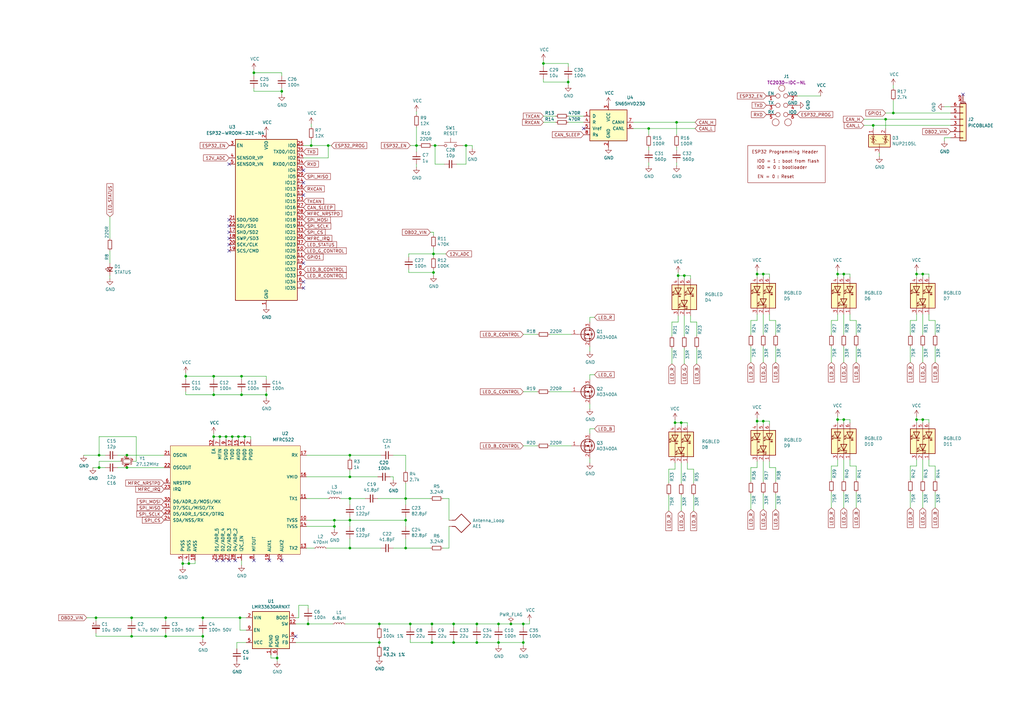
<source format=kicad_sch>
(kicad_sch (version 20211123) (generator eeschema)
  (paper "A3")
  (title_block (title "MaxBox") (date "2023-01-30") (rev "v1") (company "Max Hunter"))
  (junction (at 375.92 172.085))
  (junction (at 186.055 255.905))
  (junction (at 87.63 161.925))
  (junction (at 278.13 113.03))
  (junction (at 87.63 154.305))
  (junction (at 170.815 59.69))
  (junction (at 53.975 253.365))
  (junction (at 90.17 179.07))
  (junction (at 143.51 224.79))
  (junction (at 40.64 186.69))
  (junction (at 177.165 263.525))
  (junction (at 104.14 29.845))
  (junction (at 53.975 260.985))
  (junction (at 177.8 111.76))
  (junction (at 127.635 59.69))
  (junction (at 137.16 213.36))
  (junction (at 113.665 269.875))
  (junction (at 346.075 112.395))
  (junction (at 233.045 33.655))
  (junction (at 166.37 224.79))
  (junction (at 77.47 231.14))
  (junction (at 52.07 191.77))
  (junction (at 313.055 172.72))
  (junction (at 343.535 112.395))
  (junction (at 358.14 51.435))
  (junction (at 109.22 161.925))
  (junction (at 178.435 59.69))
  (junction (at 343.535 172.085))
  (junction (at 40.64 191.77))
  (junction (at 115.57 37.465))
  (junction (at 214.63 255.905))
  (junction (at 97.79 179.07))
  (junction (at 363.22 48.895))
  (junction (at 378.46 112.395))
  (junction (at 214.63 263.525))
  (junction (at 155.575 255.905))
  (junction (at 346.075 172.085))
  (junction (at 277.495 50.165))
  (junction (at 378.46 172.085))
  (junction (at 310.515 172.72))
  (junction (at 83.185 253.365))
  (junction (at 166.37 204.47))
  (junction (at 98.425 253.365))
  (junction (at 143.51 204.47))
  (junction (at 52.07 186.69))
  (junction (at 92.71 179.07))
  (junction (at 39.37 253.365))
  (junction (at 67.945 260.985))
  (junction (at 95.25 179.07))
  (junction (at 195.58 255.905))
  (junction (at 137.16 215.9))
  (junction (at 279.4 173.355))
  (junction (at 143.51 195.58))
  (junction (at 191.135 59.69))
  (junction (at 310.515 112.395))
  (junction (at 195.58 263.525))
  (junction (at 276.86 173.355))
  (junction (at 204.47 263.525))
  (junction (at 99.06 161.925))
  (junction (at 266.065 52.705))
  (junction (at 143.51 213.36))
  (junction (at 87.63 179.07))
  (junction (at 375.92 112.395))
  (junction (at 76.2 154.305))
  (junction (at 186.055 263.525))
  (junction (at 280.67 113.03))
  (junction (at 155.575 263.525))
  (junction (at 67.945 253.365))
  (junction (at 177.165 255.905))
  (junction (at 313.055 112.395))
  (junction (at 126.365 255.905))
  (junction (at 166.37 213.36))
  (junction (at 204.47 255.905))
  (junction (at 222.885 26.035))
  (junction (at 134.62 59.69))
  (junction (at 209.55 255.905))
  (junction (at 177.8 104.14))
  (junction (at 83.185 260.985))
  (junction (at 168.275 255.905))
  (junction (at 99.06 154.305))
  (junction (at 366.395 46.355))
  (junction (at 100.33 179.07))
  (junction (at 74.93 231.14))
  (junction (at 143.51 186.69))
  (no_connect (at 93.98 92.71))
  (no_connect (at 91.44 229.87))
  (no_connect (at 104.14 229.87))
  (no_connect (at 93.98 95.25))
  (no_connect (at 93.98 229.87))
  (no_connect (at 239.395 52.705))
  (no_connect (at 110.49 229.87))
  (no_connect (at 93.98 67.31))
  (no_connect (at 121.285 260.985))
  (no_connect (at 124.46 115.57))
  (no_connect (at 394.97 38.735))
  (no_connect (at 96.52 229.87))
  (no_connect (at 88.9 229.87))
  (no_connect (at 93.98 102.87))
  (no_connect (at 124.46 69.85))
  (no_connect (at 115.57 229.87))
  (no_connect (at 124.46 74.93))
  (no_connect (at 124.46 80.01))
  (no_connect (at 93.98 90.17))
  (no_connect (at 93.98 100.33))
  (no_connect (at 124.46 118.11))
  (no_connect (at 124.46 107.95))
  (no_connect (at 93.98 97.79))
  (wire (pts (xy 177.165 255.905) (xy 177.165 257.175)))
  (wire (pts (xy 184.15 204.47) (xy 181.61 204.47)))
  (wire (pts (xy 34.29 186.69) (xy 40.64 186.69)))
  (wire (pts (xy 53.975 260.985) (xy 67.945 260.985)))
  (wire (pts (xy 109.22 154.305) (xy 109.22 155.575)))
  (wire (pts (xy 87.63 179.07) (xy 90.17 179.07)))
  (wire (pts (xy 121.285 255.905) (xy 126.365 255.905)))
  (wire (pts (xy 40.64 179.07) (xy 40.64 186.69)))
  (wire (pts (xy 137.16 215.9) (xy 137.16 213.36)))
  (wire (pts (xy 39.37 260.985) (xy 53.975 260.985)))
  (wire (pts (xy 99.06 154.305) (xy 109.22 154.305)))
  (wire (pts (xy 161.29 224.79) (xy 166.37 224.79)))
  (wire (pts (xy 310.515 191.77) (xy 310.515 189.23)))
  (wire (pts (xy 346.075 172.085) (xy 346.075 173.355)))
  (wire (pts (xy 170.815 67.31) (xy 170.815 68.58)))
  (wire (pts (xy 99.06 160.655) (xy 99.06 161.925)))
  (wire (pts (xy 276.86 174.625) (xy 276.86 173.355)))
  (wire (pts (xy 104.14 29.845) (xy 104.14 31.115)))
  (wire (pts (xy 233.045 33.655) (xy 233.045 34.925)))
  (wire (pts (xy 143.51 220.98) (xy 143.51 224.79)))
  (wire (pts (xy 241.935 189.865) (xy 241.935 187.96)))
  (wire (pts (xy 378.46 208.28) (xy 378.46 201.93)))
  (wire (pts (xy 351.155 137.16) (xy 351.155 131.445)))
  (wire (pts (xy 214.63 255.905) (xy 214.63 257.175)))
  (wire (pts (xy 168.275 263.525) (xy 177.165 263.525)))
  (wire (pts (xy 87.63 161.925) (xy 76.2 161.925)))
  (wire (pts (xy 98.425 253.365) (xy 100.965 253.365)))
  (wire (pts (xy 354.33 51.435) (xy 358.14 51.435)))
  (wire (pts (xy 99.06 231.775) (xy 99.06 229.87)))
  (wire (pts (xy 113.665 269.875) (xy 113.665 268.605)))
  (wire (pts (xy 177.165 255.905) (xy 186.055 255.905)))
  (wire (pts (xy 315.595 131.445) (xy 315.595 128.905)))
  (wire (pts (xy 222.885 33.655) (xy 222.885 32.385)))
  (wire (pts (xy 74.93 231.14) (xy 74.93 232.41)))
  (wire (pts (xy 133.985 224.79) (xy 143.51 224.79)))
  (wire (pts (xy 177.8 110.49) (xy 177.8 111.76)))
  (wire (pts (xy 83.185 259.715) (xy 83.185 260.985)))
  (wire (pts (xy 340.995 196.85) (xy 340.995 191.135)))
  (wire (pts (xy 40.64 191.77) (xy 43.18 191.77)))
  (wire (pts (xy 366.395 46.355) (xy 366.395 41.275)))
  (wire (pts (xy 243.84 175.895) (xy 241.935 175.895)))
  (wire (pts (xy 166.37 213.36) (xy 166.37 215.9)))
  (wire (pts (xy 313.055 128.905) (xy 313.055 137.16)))
  (wire (pts (xy 52.07 186.69) (xy 67.31 186.69)))
  (wire (pts (xy 378.46 128.905) (xy 378.46 137.16)))
  (wire (pts (xy 154.94 195.58) (xy 143.51 195.58)))
  (wire (pts (xy 143.51 186.69) (xy 156.21 186.69)))
  (wire (pts (xy 104.14 28.575) (xy 104.14 29.845)))
  (wire (pts (xy 143.51 213.36) (xy 143.51 215.9)))
  (wire (pts (xy 49.53 189.23) (xy 40.64 189.23)))
  (wire (pts (xy 310.515 172.72) (xy 313.055 172.72)))
  (wire (pts (xy 315.595 172.72) (xy 315.595 173.99)))
  (wire (pts (xy 99.06 155.575) (xy 99.06 154.305)))
  (wire (pts (xy 92.71 179.07) (xy 95.25 179.07)))
  (wire (pts (xy 176.53 95.25) (xy 177.8 95.25)))
  (wire (pts (xy 168.275 262.255) (xy 168.275 263.525)))
  (wire (pts (xy 381 112.395) (xy 381 113.665)))
  (wire (pts (xy 113.665 271.145) (xy 113.665 269.875)))
  (wire (pts (xy 204.47 255.905) (xy 209.55 255.905)))
  (wire (pts (xy 363.22 48.895) (xy 363.22 52.705)))
  (wire (pts (xy 87.63 161.925) (xy 99.06 161.925)))
  (wire (pts (xy 125.73 224.79) (xy 128.905 224.79)))
  (wire (pts (xy 363.22 48.895) (xy 389.89 48.895)))
  (wire (pts (xy 155.575 262.255) (xy 155.575 263.525)))
  (wire (pts (xy 187.325 67.31) (xy 191.135 67.31)))
  (wire (pts (xy 277.495 50.165) (xy 285.115 50.165)))
  (wire (pts (xy 80.01 231.14) (xy 80.01 229.87)))
  (wire (pts (xy 373.38 196.85) (xy 373.38 191.135)))
  (wire (pts (xy 55.88 179.07) (xy 40.64 179.07)))
  (wire (pts (xy 170.815 59.69) (xy 172.085 59.69)))
  (wire (pts (xy 351.155 191.135) (xy 348.615 191.135)))
  (wire (pts (xy 373.38 137.16) (xy 373.38 131.445)))
  (wire (pts (xy 373.38 131.445) (xy 375.92 131.445)))
  (wire (pts (xy 387.35 43.815) (xy 389.89 43.815)))
  (wire (pts (xy 104.14 29.845) (xy 115.57 29.845)))
  (wire (pts (xy 195.58 262.255) (xy 195.58 263.525)))
  (wire (pts (xy 283.21 132.08) (xy 283.21 129.54)))
  (wire (pts (xy 39.37 259.715) (xy 39.37 260.985)))
  (wire (pts (xy 67.945 253.365) (xy 67.945 254.635)))
  (wire (pts (xy 115.57 29.845) (xy 115.57 31.115)))
  (wire (pts (xy 280.67 113.03) (xy 283.21 113.03)))
  (wire (pts (xy 177.8 113.03) (xy 177.8 111.76)))
  (wire (pts (xy 143.51 195.58) (xy 125.73 195.58)))
  (wire (pts (xy 378.46 112.395) (xy 378.46 113.665)))
  (wire (pts (xy 177.8 95.25) (xy 177.8 96.52)))
  (wire (pts (xy 318.135 131.445) (xy 315.595 131.445)))
  (wire (pts (xy 137.16 213.36) (xy 125.73 213.36)))
  (wire (pts (xy 166.37 198.12) (xy 166.37 204.47)))
  (wire (pts (xy 375.92 111.125) (xy 375.92 112.395)))
  (wire (pts (xy 279.4 173.355) (xy 281.94 173.355)))
  (wire (pts (xy 193.675 60.96) (xy 193.675 59.69)))
  (wire (pts (xy 177.8 111.76) (xy 167.64 111.76)))
  (wire (pts (xy 45.085 114.3) (xy 45.085 113.03)))
  (wire (pts (xy 234.315 160.655) (xy 225.425 160.655)))
  (wire (pts (xy 95.25 180.34) (xy 95.25 179.07)))
  (wire (pts (xy 104.14 37.465) (xy 104.14 36.195)))
  (wire (pts (xy 313.055 208.915) (xy 313.055 202.565)))
  (wire (pts (xy 266.065 67.945) (xy 266.065 66.675)))
  (wire (pts (xy 383.54 191.135) (xy 381 191.135)))
  (wire (pts (xy 220.345 137.16) (xy 214.63 137.16)))
  (wire (pts (xy 243.84 153.67) (xy 241.935 153.67)))
  (wire (pts (xy 378.46 188.595) (xy 378.46 196.85)))
  (wire (pts (xy 100.33 179.07) (xy 102.87 179.07)))
  (wire (pts (xy 83.185 254.635) (xy 83.185 253.365)))
  (wire (pts (xy 195.58 255.905) (xy 195.58 257.175)))
  (wire (pts (xy 45.085 97.79) (xy 45.085 88.9)))
  (wire (pts (xy 195.58 255.905) (xy 204.47 255.905)))
  (wire (pts (xy 177.165 59.69) (xy 178.435 59.69)))
  (wire (pts (xy 126.365 249.555) (xy 126.365 248.285)))
  (wire (pts (xy 90.17 180.34) (xy 90.17 179.07)))
  (wire (pts (xy 234.315 137.16) (xy 225.425 137.16)))
  (wire (pts (xy 340.995 191.135) (xy 343.535 191.135)))
  (wire (pts (xy 87.63 179.07) (xy 87.63 180.34)))
  (wire (pts (xy 381 172.085) (xy 381 173.355)))
  (wire (pts (xy 375.92 170.815) (xy 375.92 172.085)))
  (wire (pts (xy 285.75 132.08) (xy 283.21 132.08)))
  (wire (pts (xy 274.32 209.55) (xy 274.32 203.2)))
  (wire (pts (xy 166.37 193.04) (xy 166.37 186.69)))
  (wire (pts (xy 115.57 37.465) (xy 104.14 37.465)))
  (wire (pts (xy 170.815 59.69) (xy 170.815 62.23)))
  (wire (pts (xy 276.86 192.405) (xy 276.86 189.865)))
  (wire (pts (xy 186.055 263.525) (xy 195.58 263.525)))
  (wire (pts (xy 155.575 255.905) (xy 168.275 255.905)))
  (wire (pts (xy 137.16 213.36) (xy 143.51 213.36)))
  (wire (pts (xy 97.79 179.07) (xy 100.33 179.07)))
  (wire (pts (xy 100.965 263.525) (xy 97.155 263.525)))
  (wire (pts (xy 166.37 207.01) (xy 166.37 204.47)))
  (wire (pts (xy 126.365 254.635) (xy 126.365 255.905)))
  (wire (pts (xy 233.045 32.385) (xy 233.045 33.655)))
  (wire (pts (xy 351.155 148.59) (xy 351.155 142.24)))
  (wire (pts (xy 239.395 50.165) (xy 233.045 50.165)))
  (wire (pts (xy 276.86 172.085) (xy 276.86 173.355)))
  (wire (pts (xy 277.495 61.595) (xy 277.495 60.325)))
  (wire (pts (xy 76.2 154.305) (xy 76.2 155.575)))
  (wire (pts (xy 284.48 198.12) (xy 284.48 192.405)))
  (wire (pts (xy 52.07 191.77) (xy 67.31 191.77)))
  (wire (pts (xy 277.495 50.165) (xy 259.715 50.165)))
  (wire (pts (xy 184.15 213.36) (xy 184.15 204.47)))
  (wire (pts (xy 318.135 148.59) (xy 318.135 142.24)))
  (wire (pts (xy 67.945 253.365) (xy 53.975 253.365)))
  (wire (pts (xy 348.615 112.395) (xy 348.615 113.665)))
  (wire (pts (xy 48.26 191.77) (xy 52.07 191.77)))
  (wire (pts (xy 307.975 208.915) (xy 307.975 202.565)))
  (wire (pts (xy 125.73 215.9) (xy 137.16 215.9)))
  (wire (pts (xy 222.885 26.035) (xy 222.885 27.305)))
  (wire (pts (xy 274.32 192.405) (xy 276.86 192.405)))
  (wire (pts (xy 83.185 253.365) (xy 98.425 253.365)))
  (wire (pts (xy 134.62 59.69) (xy 135.89 59.69)))
  (wire (pts (xy 318.135 191.77) (xy 315.595 191.77)))
  (wire (pts (xy 195.58 263.525) (xy 204.47 263.525)))
  (wire (pts (xy 155.575 255.905) (xy 155.575 257.175)))
  (wire (pts (xy 373.38 208.28) (xy 373.38 201.93)))
  (wire (pts (xy 378.46 112.395) (xy 381 112.395)))
  (wire (pts (xy 168.275 257.175) (xy 168.275 255.905)))
  (wire (pts (xy 310.515 112.395) (xy 313.055 112.395)))
  (wire (pts (xy 284.48 192.405) (xy 281.94 192.405)))
  (wire (pts (xy 53.975 259.715) (xy 53.975 260.985)))
  (wire (pts (xy 310.515 111.125) (xy 310.515 112.395)))
  (wire (pts (xy 74.93 229.87) (xy 74.93 231.14)))
  (wire (pts (xy 348.615 131.445) (xy 348.615 128.905)))
  (wire (pts (xy 220.345 160.655) (xy 214.63 160.655)))
  (wire (pts (xy 310.515 173.99) (xy 310.515 172.72)))
  (wire (pts (xy 191.135 67.31) (xy 191.135 59.69)))
  (wire (pts (xy 351.155 196.85) (xy 351.155 191.135)))
  (wire (pts (xy 313.055 189.23) (xy 313.055 197.485)))
  (wire (pts (xy 45.085 107.95) (xy 45.085 102.87)))
  (wire (pts (xy 167.64 105.41) (xy 167.64 104.14)))
  (wire (pts (xy 99.06 161.925) (xy 109.22 161.925)))
  (wire (pts (xy 222.885 24.765) (xy 222.885 26.035)))
  (wire (pts (xy 280.67 149.225) (xy 280.67 142.875)))
  (wire (pts (xy 375.92 131.445) (xy 375.92 128.905)))
  (wire (pts (xy 177.8 104.14) (xy 177.8 105.41)))
  (wire (pts (xy 315.595 191.77) (xy 315.595 189.23)))
  (wire (pts (xy 366.395 34.925) (xy 366.395 36.195)))
  (wire (pts (xy 346.075 128.905) (xy 346.075 137.16)))
  (wire (pts (xy 346.075 148.59) (xy 346.075 142.24)))
  (wire (pts (xy 387.35 56.515) (xy 389.89 56.515)))
  (wire (pts (xy 310.515 113.665) (xy 310.515 112.395)))
  (wire (pts (xy 143.51 195.58) (xy 143.51 193.04)))
  (wire (pts (xy 340.995 148.59) (xy 340.995 142.24)))
  (wire (pts (xy 278.13 132.08) (xy 278.13 129.54)))
  (wire (pts (xy 383.54 196.85) (xy 383.54 191.135)))
  (wire (pts (xy 340.995 208.28) (xy 340.995 201.93)))
  (wire (pts (xy 168.275 255.905) (xy 177.165 255.905)))
  (wire (pts (xy 343.535 170.815) (xy 343.535 172.085)))
  (wire (pts (xy 241.935 144.145) (xy 241.935 142.24)))
  (wire (pts (xy 383.54 137.16) (xy 383.54 131.445)))
  (wire (pts (xy 310.515 131.445) (xy 310.515 128.905)))
  (wire (pts (xy 284.48 209.55) (xy 284.48 203.2)))
  (wire (pts (xy 40.64 186.69) (xy 43.18 186.69)))
  (wire (pts (xy 358.14 51.435) (xy 389.89 51.435)))
  (wire (pts (xy 351.155 208.28) (xy 351.155 201.93)))
  (wire (pts (xy 387.35 57.785) (xy 387.35 56.515)))
  (wire (pts (xy 35.56 253.365) (xy 39.37 253.365)))
  (wire (pts (xy 217.17 255.905) (xy 214.63 255.905)))
  (wire (pts (xy 204.47 255.905) (xy 204.47 257.175)))
  (wire (pts (xy 233.045 47.625) (xy 239.395 47.625)))
  (wire (pts (xy 204.47 263.525) (xy 214.63 263.525)))
  (wire (pts (xy 143.51 186.69) (xy 143.51 187.96)))
  (wire (pts (xy 186.055 255.905) (xy 186.055 257.175)))
  (wire (pts (xy 143.51 204.47) (xy 149.86 204.47)))
  (wire (pts (xy 214.63 263.525) (xy 214.63 262.255)))
  (wire (pts (xy 363.22 46.355) (xy 366.395 46.355)))
  (wire (pts (xy 92.71 180.34) (xy 92.71 179.07)))
  (wire (pts (xy 373.38 148.59) (xy 373.38 142.24)))
  (wire (pts (xy 275.59 132.08) (xy 278.13 132.08)))
  (wire (pts (xy 161.29 196.85) (xy 161.29 195.58)))
  (wire (pts (xy 281.94 173.355) (xy 281.94 174.625)))
  (wire (pts (xy 266.065 52.705) (xy 285.115 52.705)))
  (wire (pts (xy 143.51 212.09) (xy 143.51 213.36)))
  (wire (pts (xy 170.815 45.72) (xy 170.815 46.99)))
  (wire (pts (xy 375.92 191.135) (xy 375.92 188.595)))
  (wire (pts (xy 234.315 182.88) (xy 225.425 182.88)))
  (wire (pts (xy 77.47 229.87) (xy 77.47 231.14)))
  (wire (pts (xy 127.635 59.69) (xy 134.62 59.69)))
  (wire (pts (xy 67.945 260.985) (xy 67.945 259.715)))
  (wire (pts (xy 83.185 260.985) (xy 83.185 262.255)))
  (wire (pts (xy 166.37 220.98) (xy 166.37 224.79)))
  (wire (pts (xy 360.68 64.135) (xy 360.68 62.865)))
  (wire (pts (xy 191.135 59.69) (xy 189.865 59.69)))
  (wire (pts (xy 87.63 154.305) (xy 99.06 154.305)))
  (wire (pts (xy 233.045 26.035) (xy 222.885 26.035)))
  (wire (pts (xy 177.8 101.6) (xy 177.8 104.14)))
  (wire (pts (xy 241.935 175.895) (xy 241.935 177.8)))
  (wire (pts (xy 313.055 172.72) (xy 313.055 173.99)))
  (wire (pts (xy 340.995 131.445) (xy 343.535 131.445)))
  (wire (pts (xy 383.54 131.445) (xy 381 131.445)))
  (wire (pts (xy 98.425 258.445) (xy 98.425 253.365)))
  (wire (pts (xy 241.935 167.64) (xy 241.935 165.735)))
  (wire (pts (xy 378.46 172.085) (xy 378.46 173.355)))
  (wire (pts (xy 111.125 269.875) (xy 111.125 268.605)))
  (wire (pts (xy 97.79 180.34) (xy 97.79 179.07)))
  (wire (pts (xy 383.54 208.28) (xy 383.54 201.93)))
  (wire (pts (xy 182.88 104.14) (xy 177.8 104.14)))
  (wire (pts (xy 161.29 186.69) (xy 166.37 186.69)))
  (wire (pts (xy 366.395 46.355) (xy 389.89 46.355)))
  (wire (pts (xy 280.67 113.03) (xy 280.67 114.3)))
  (wire (pts (xy 378.46 148.59) (xy 378.46 142.24)))
  (wire (pts (xy 275.59 149.225) (xy 275.59 142.875)))
  (wire (pts (xy 285.75 137.795) (xy 285.75 132.08)))
  (wire (pts (xy 354.33 48.895) (xy 363.22 48.895)))
  (wire (pts (xy 275.59 137.795) (xy 275.59 132.08)))
  (wire (pts (xy 346.075 208.28) (xy 346.075 201.93)))
  (wire (pts (xy 343.535 112.395) (xy 346.075 112.395)))
  (wire (pts (xy 95.25 179.07) (xy 97.79 179.07)))
  (wire (pts (xy 346.075 112.395) (xy 348.615 112.395)))
  (wire (pts (xy 74.93 231.14) (xy 77.47 231.14)))
  (wire (pts (xy 53.975 254.635) (xy 53.975 253.365)))
  (wire (pts (xy 307.975 191.77) (xy 310.515 191.77)))
  (wire (pts (xy 67.945 253.365) (xy 83.185 253.365)))
  (wire (pts (xy 346.075 188.595) (xy 346.075 196.85)))
  (wire (pts (xy 127.635 50.8) (xy 127.635 52.07)))
  (wire (pts (xy 134.62 64.77) (xy 134.62 59.69)))
  (wire (pts (xy 214.63 264.795) (xy 214.63 263.525)))
  (wire (pts (xy 126.365 255.905) (xy 136.525 255.905)))
  (wire (pts (xy 340.995 137.16) (xy 340.995 131.445)))
  (wire (pts (xy 307.975 137.16) (xy 307.975 131.445)))
  (wire (pts (xy 154.94 204.47) (xy 166.37 204.47)))
  (wire (pts (xy 373.38 191.135) (xy 375.92 191.135)))
  (wire (pts (xy 281.94 192.405) (xy 281.94 189.865)))
  (wire (pts (xy 76.2 161.925) (xy 76.2 160.655)))
  (wire (pts (xy 204.47 263.525) (xy 204.47 262.255)))
  (wire (pts (xy 227.965 47.625) (xy 222.885 47.625)))
  (wire (pts (xy 76.2 154.305) (xy 87.63 154.305)))
  (wire (pts (xy 375.92 173.355) (xy 375.92 172.085)))
  (wire (pts (xy 167.64 104.14) (xy 177.8 104.14)))
  (wire (pts (xy 102.87 179.07) (xy 102.87 180.34)))
  (wire (pts (xy 54.61 189.23) (xy 55.88 189.23)))
  (wire (pts (xy 155.575 263.525) (xy 155.575 264.795)))
  (wire (pts (xy 283.21 113.03) (xy 283.21 114.3)))
  (wire (pts (xy 313.055 148.59) (xy 313.055 142.24)))
  (wire (pts (xy 115.57 36.195) (xy 115.57 37.465)))
  (wire (pts (xy 217.17 254.635) (xy 217.17 255.905)))
  (wire (pts (xy 276.86 173.355) (xy 279.4 173.355)))
  (wire (pts (xy 182.245 67.31) (xy 178.435 67.31)))
  (wire (pts (xy 100.33 180.34) (xy 100.33 179.07)))
  (wire (pts (xy 121.285 253.365) (xy 122.555 253.365)))
  (wire (pts (xy 233.045 27.305) (xy 233.045 26.035)))
  (wire (pts (xy 378.46 172.085) (xy 381 172.085)))
  (wire (pts (xy 313.055 112.395) (xy 313.055 113.665)))
  (wire (pts (xy 241.935 153.67) (xy 241.935 155.575)))
  (wire (pts (xy 375.92 113.665) (xy 375.92 112.395)))
  (wire (pts (xy 109.22 161.925) (xy 109.22 160.655)))
  (wire (pts (xy 193.675 59.69) (xy 191.135 59.69)))
  (wire (pts (xy 87.63 160.655) (xy 87.63 161.925)))
  (wire (pts (xy 186.055 262.255) (xy 186.055 263.525)))
  (wire (pts (xy 279.4 173.355) (xy 279.4 174.625)))
  (wire (pts (xy 161.29 195.58) (xy 160.02 195.58)))
  (wire (pts (xy 277.495 55.245) (xy 277.495 50.165)))
  (wire (pts (xy 127.635 57.15) (xy 127.635 59.69)))
  (wire (pts (xy 177.165 263.525) (xy 177.165 262.255)))
  (wire (pts (xy 266.065 52.705) (xy 266.065 55.245)))
  (wire (pts (xy 307.975 197.485) (xy 307.975 191.77)))
  (wire (pts (xy 313.055 172.72) (xy 315.595 172.72)))
  (wire (pts (xy 40.64 189.23) (xy 40.64 191.77)))
  (wire (pts (xy 143.51 207.01) (xy 143.51 204.47)))
  (wire (pts (xy 141.605 255.905) (xy 155.575 255.905)))
  (wire (pts (xy 166.37 224.79) (xy 176.53 224.79)))
  (wire (pts (xy 124.46 59.69) (xy 127.635 59.69)))
  (wire (pts (xy 125.73 186.69) (xy 143.51 186.69)))
  (wire (pts (xy 279.4 209.55) (xy 279.4 203.2)))
  (wire (pts (xy 143.51 213.36) (xy 166.37 213.36)))
  (wire (pts (xy 343.535 191.135) (xy 343.535 188.595)))
  (wire (pts (xy 343.535 173.355) (xy 343.535 172.085)))
  (wire (pts (xy 310.515 171.45) (xy 310.515 172.72)))
  (wire (pts (xy 222.885 33.655) (xy 233.045 33.655)))
  (wire (pts (xy 126.365 248.285) (xy 122.555 248.285)))
  (wire (pts (xy 358.14 51.435) (xy 358.14 52.705)))
  (wire (pts (xy 222.885 50.165) (xy 227.965 50.165)))
  (wire (pts (xy 168.275 59.69) (xy 170.815 59.69)))
  (wire (pts (xy 318.135 137.16) (xy 318.135 131.445)))
  (wire (pts (xy 327.025 39.37) (xy 336.55 39.37)))
  (wire (pts (xy 184.15 224.79) (xy 184.15 215.9)))
  (wire (pts (xy 38.1 191.77) (xy 40.64 191.77)))
  (wire (pts (xy 113.665 269.875) (xy 111.125 269.875)))
  (wire (pts (xy 280.67 129.54) (xy 280.67 137.795)))
  (wire (pts (xy 55.88 189.23) (xy 55.88 179.07)))
  (wire (pts (xy 318.135 197.485) (xy 318.135 191.77)))
  (wire (pts (xy 307.975 148.59) (xy 307.975 142.24)))
  (wire (pts (xy 177.165 263.525) (xy 186.055 263.525)))
  (wire (pts (xy 204.47 264.795) (xy 204.47 263.525)))
  (wire (pts (xy 100.965 258.445) (xy 98.425 258.445)))
  (wire (pts (xy 381 131.445) (xy 381 128.905)))
  (wire (pts (xy 346.075 112.395) (xy 346.075 113.665)))
  (wire (pts (xy 278.13 113.03) (xy 280.67 113.03)))
  (wire (pts (xy 90.17 179.07) (xy 92.71 179.07)))
  (wire (pts (xy 346.075 172.085) (xy 348.615 172.085)))
  (wire (pts (xy 124.46 64.77) (xy 134.62 64.77)))
  (wire (pts (xy 166.37 212.09) (xy 166.37 213.36)))
  (wire (pts (xy 178.435 67.31) (xy 178.435 59.69)))
  (wire (pts (xy 375.92 172.085) (xy 378.46 172.085)))
  (wire (pts (xy 109.22 161.925) (xy 109.22 163.195)))
  (wire (pts (xy 209.55 255.905) (xy 214.63 255.905)))
  (wire (pts (xy 343.535 111.125) (xy 343.535 112.395)))
  (wire (pts (xy 383.54 148.59) (xy 383.54 142.24)))
  (wire (pts (xy 313.055 112.395) (xy 315.595 112.395)))
  (wire (pts (xy 348.615 191.135) (xy 348.615 188.595)))
  (wire (pts (xy 220.345 182.88) (xy 214.63 182.88)))
  (wire (pts (xy 139.7 204.47) (xy 143.51 204.47)))
  (wire (pts (xy 167.64 111.76) (xy 167.64 110.49)))
  (wire (pts (xy 348.615 172.085) (xy 348.615 173.355)))
  (wire (pts (xy 97.155 263.525) (xy 97.155 266.065)))
  (wire (pts (xy 266.065 61.595) (xy 266.065 60.325)))
  (wire (pts (xy 375.92 112.395) (xy 378.46 112.395)))
  (wire (pts (xy 121.285 263.525) (xy 155.575 263.525)))
  (wire (pts (xy 48.26 186.69) (xy 52.07 186.69)))
  (wire (pts (xy 278.13 114.3) (xy 278.13 113.03)))
  (wire (pts (xy 285.75 149.225) (xy 285.75 142.875)))
  (wire (pts (xy 274.32 198.12) (xy 274.32 192.405)))
  (wire (pts (xy 278.13 111.76) (xy 278.13 113.03)))
  (wire (pts (xy 67.945 260.985) (xy 83.185 260.985)))
  (wire (pts (xy 87.63 154.305) (xy 87.63 155.575)))
  (wire (pts (xy 307.975 131.445) (xy 310.515 131.445)))
  (wire (pts (xy 53.975 253.365) (xy 39.37 253.365)))
  (wire (pts (xy 137.16 217.17) (xy 137.16 215.9)))
  (wire (pts (xy 318.135 208.915) (xy 318.135 202.565)))
  (wire (pts (xy 39.37 253.365) (xy 39.37 254.635)))
  (wire (pts (xy 279.4 189.865) (xy 279.4 198.12)))
  (wire (pts (xy 343.535 131.445) (xy 343.535 128.905)))
  (wire (pts (xy 125.73 204.47) (xy 134.62 204.47)))
  (wire (pts (xy 381 191.135) (xy 381 188.595)))
  (wire (pts (xy 243.84 130.175) (xy 241.935 130.175)))
  (wire (pts (xy 122.555 248.285) (xy 122.555 253.365)))
  (wire (pts (xy 87.63 177.8) (xy 87.63 179.07)))
  (wire (pts (xy 315.595 112.395) (xy 315.595 113.665)))
  (wire (pts (xy 259.715 52.705) (xy 266.065 52.705)))
  (wire (pts (xy 277.495 67.945) (xy 277.495 66.675)))
  (wire (pts (xy 76.2 153.035) (xy 76.2 154.305)))
  (wire (pts (xy 343.535 172.085) (xy 346.075 172.085)))
  (wire (pts (xy 115.57 37.465) (xy 115.57 38.735)))
  (wire (pts (xy 143.51 224.79) (xy 156.21 224.79)))
  (wire (pts (xy 178.435 59.69) (xy 179.705 59.69)))
  (wire (pts (xy 77.47 231.14) (xy 80.01 231.14)))
  (wire (pts (xy 186.055 255.905) (xy 195.58 255.905)))
  (wire (pts (xy 351.155 131.445) (xy 348.615 131.445)))
  (wire (pts (xy 170.815 59.69) (xy 170.815 52.07)))
  (wire (pts (xy 343.535 113.665) (xy 343.535 112.395)))
  (wire (pts (xy 241.935 130.175) (xy 241.935 132.08)))
  (wire (pts (xy 166.37 204.47) (xy 176.53 204.47)))
  (wire (pts (xy 181.61 224.79) (xy 184.15 224.79)))
  (global_label "MFRC_IRQ" (shape input) (at 67.31 200.66 180) (property "Intersheet References" "${INTERSHEET_REFS}" (effects hide)))
  (global_label "ESP32_EN" (shape input) (at 93.98 59.69 180) (property "Intersheet References" "${INTERSHEET_REFS}" (effects hide)))
  (global_label "LED_B" (shape input) (at 351.155 208.28 270) (property "Intersheet References" "${INTERSHEET_REFS}" (effects hide)))
  (global_label "SPI_MISO" (shape input) (at 67.31 208.28 180) (property "Intersheet References" "${INTERSHEET_REFS}" (effects hide)))
  (global_label "SPI_MISO" (shape input) (at 124.46 72.39 0) (property "Intersheet References" "${INTERSHEET_REFS}" (effects hide)))
  (global_label "SPI_MOSI" (shape input) (at 124.46 90.17 0) (property "Intersheet References" "${INTERSHEET_REFS}" (effects hide)))
  (global_label "CAN_L" (shape input) (at 354.33 51.435 180) (property "Intersheet References" "${INTERSHEET_REFS}" (effects hide)))
  (global_label "GPIO1" (shape input) (at 124.46 105.41 0) (property "Intersheet References" "${INTERSHEET_REFS}" (effects hide)))
  (global_label "LED_B" (shape input) (at 243.84 175.895 0) (property "Intersheet References" "${INTERSHEET_REFS}" (effects hide)))
  (global_label "RXCAN" (shape input) (at 124.46 77.47 0) (property "Intersheet References" "${INTERSHEET_REFS}" (effects hide)))
  (global_label "LED_B" (shape input) (at 351.155 148.59 270) (property "Intersheet References" "${INTERSHEET_REFS}" (effects hide)))
  (global_label "LED_R_CONTROL" (shape input) (at 124.46 113.03 0) (property "Intersheet References" "${INTERSHEET_REFS}" (effects hide)))
  (global_label "CAN_L" (shape input) (at 285.115 52.705 0) (property "Intersheet References" "${INTERSHEET_REFS}" (effects hide)))
  (global_label "OBD2_VIN" (shape input) (at 35.56 253.365 180) (property "Intersheet References" "${INTERSHEET_REFS}" (effects hide)))
  (global_label "LED_G" (shape input) (at 280.67 149.225 270) (property "Intersheet References" "${INTERSHEET_REFS}" (effects hide)))
  (global_label "TXCAN" (shape input) (at 124.46 82.55 0) (property "Intersheet References" "${INTERSHEET_REFS}" (effects hide)))
  (global_label "RXD" (shape input) (at 124.46 67.31 0) (property "Intersheet References" "${INTERSHEET_REFS}" (effects hide)))
  (global_label "LED_STATUS" (shape input) (at 45.085 88.9 90) (property "Intersheet References" "${INTERSHEET_REFS}" (effects hide)))
  (global_label "12V_ADC" (shape input) (at 93.98 64.77 180) (property "Intersheet References" "${INTERSHEET_REFS}" (effects hide)))
  (global_label "LED_G" (shape input) (at 378.46 148.59 270) (property "Intersheet References" "${INTERSHEET_REFS}" (effects hide)))
  (global_label "OBD2_VIN" (shape input) (at 389.89 53.975 180) (property "Intersheet References" "${INTERSHEET_REFS}" (effects hide)))
  (global_label "LED_B" (shape input) (at 383.54 208.28 270) (property "Intersheet References" "${INTERSHEET_REFS}" (effects hide)))
  (global_label "TXD" (shape input) (at 314.325 43.18 180) (property "Intersheet References" "${INTERSHEET_REFS}" (effects hide)))
  (global_label "LED_B" (shape input) (at 284.48 209.55 270) (property "Intersheet References" "${INTERSHEET_REFS}" (effects hide)))
  (global_label "CAN_H" (shape input) (at 354.33 48.895 180) (property "Intersheet References" "${INTERSHEET_REFS}" (effects hide)))
  (global_label "RXD" (shape input) (at 314.325 46.99 180) (property "Intersheet References" "${INTERSHEET_REFS}" (effects hide)))
  (global_label "LED_R" (shape input) (at 274.32 209.55 270) (property "Intersheet References" "${INTERSHEET_REFS}" (effects hide)))
  (global_label "LED_R" (shape input) (at 307.975 148.59 270) (property "Intersheet References" "${INTERSHEET_REFS}" (effects hide)))
  (global_label "ESP32_PROG" (shape input) (at 327.025 46.99 0) (property "Intersheet References" "${INTERSHEET_REFS}" (effects hide)))
  (global_label "LED_G" (shape input) (at 313.055 208.915 270) (property "Intersheet References" "${INTERSHEET_REFS}" (effects hide)))
  (global_label "MFRC_NRSTPD" (shape input) (at 124.46 87.63 0) (property "Intersheet References" "${INTERSHEET_REFS}" (effects hide)))
  (global_label "LED_STATUS" (shape input) (at 124.46 100.33 0) (property "Intersheet References" "${INTERSHEET_REFS}" (effects hide)))
  (global_label "LED_R" (shape input) (at 373.38 208.28 270) (property "Intersheet References" "${INTERSHEET_REFS}" (effects hide)))
  (global_label "12V_ADC" (shape input) (at 182.88 104.14 0) (property "Intersheet References" "${INTERSHEET_REFS}" (effects hide)))
  (global_label "SPI_CS" (shape input) (at 67.31 213.36 180) (property "Intersheet References" "${INTERSHEET_REFS}" (effects hide)))
  (global_label "LED_R" (shape input) (at 340.995 148.59 270) (property "Intersheet References" "${INTERSHEET_REFS}" (effects hide)))
  (global_label "LED_R" (shape input) (at 307.975 208.915 270) (property "Intersheet References" "${INTERSHEET_REFS}" (effects hide)))
  (global_label "MFRC_IRQ" (shape input) (at 124.46 97.79 0) (property "Intersheet References" "${INTERSHEET_REFS}" (effects hide)))
  (global_label "LED_G" (shape input) (at 346.075 208.28 270) (property "Intersheet References" "${INTERSHEET_REFS}" (effects hide)))
  (global_label "CAN_SLEEP" (shape input) (at 239.395 55.245 180) (property "Intersheet References" "${INTERSHEET_REFS}" (effects hide)))
  (global_label "LED_G" (shape input) (at 279.4 209.55 270) (property "Intersheet References" "${INTERSHEET_REFS}" (effects hide)))
  (global_label "LED_G_CONTROL" (shape input) (at 214.63 160.655 180) (property "Intersheet References" "${INTERSHEET_REFS}" (effects hide)))
  (global_label "LED_R" (shape input) (at 243.84 130.175 0) (property "Intersheet References" "${INTERSHEET_REFS}" (effects hide)))
  (global_label "LED_G" (shape input) (at 346.075 148.59 270) (property "Intersheet References" "${INTERSHEET_REFS}" (effects hide)))
  (global_label "LED_R" (shape input) (at 373.38 148.59 270) (property "Intersheet References" "${INTERSHEET_REFS}" (effects hide)))
  (global_label "LED_R" (shape input) (at 275.59 149.225 270) (property "Intersheet References" "${INTERSHEET_REFS}" (effects hide)))
  (global_label "CAN_SLEEP" (shape input) (at 124.46 85.09 0) (property "Intersheet References" "${INTERSHEET_REFS}" (effects hide)))
  (global_label "SPI_SCLK" (shape input) (at 67.31 210.82 180) (property "Intersheet References" "${INTERSHEET_REFS}" (effects hide)))
  (global_label "LED_B" (shape input) (at 383.54 148.59 270) (property "Intersheet References" "${INTERSHEET_REFS}" (effects hide)))
  (global_label "LED_G" (shape input) (at 313.055 148.59 270) (property "Intersheet References" "${INTERSHEET_REFS}" (effects hide)))
  (global_label "TXD" (shape input) (at 124.46 62.23 0) (property "Intersheet References" "${INTERSHEET_REFS}" (effects hide)))
  (global_label "RXCAN" (shape input) (at 222.885 50.165 180) (property "Intersheet References" "${INTERSHEET_REFS}" (effects hide)))
  (global_label "TXCAN" (shape input) (at 222.885 47.625 180) (property "Intersheet References" "${INTERSHEET_REFS}" (effects hide)))
  (global_label "ESP32_EN" (shape input) (at 168.275 59.69 180) (property "Intersheet References" "${INTERSHEET_REFS}" (effects hide)))
  (global_label "LED_B" (shape input) (at 285.75 149.225 270) (property "Intersheet References" "${INTERSHEET_REFS}" (effects hide)))
  (global_label "SPI_CS" (shape input) (at 124.46 95.25 0) (property "Intersheet References" "${INTERSHEET_REFS}" (effects hide)))
  (global_label "LED_G" (shape input) (at 378.46 208.28 270) (property "Intersheet References" "${INTERSHEET_REFS}" (effects hide)))
  (global_label "LED_R" (shape input) (at 340.995 208.28 270) (property "Intersheet References" "${INTERSHEET_REFS}" (effects hide)))
  (global_label "LED_G" (shape input) (at 243.84 153.67 0) (property "Intersheet References" "${INTERSHEET_REFS}" (effects hide)))
  (global_label "SPI_MOSI" (shape input) (at 67.31 205.74 180) (property "Intersheet References" "${INTERSHEET_REFS}" (effects hide)))
  (global_label "LED_B_CONTROL" (shape input) (at 124.46 110.49 0) (property "Intersheet References" "${INTERSHEET_REFS}" (effects hide)))
  (global_label "SPI_SCLK" (shape input) (at 124.46 92.71 0) (property "Intersheet References" "${INTERSHEET_REFS}" (effects hide)))
  (global_label "LED_B" (shape input) (at 318.135 148.59 270) (property "Intersheet References" "${INTERSHEET_REFS}" (effects hide)))
  (global_label "GPIO1" (shape input) (at 363.22 46.355 180) (property "Intersheet References" "${INTERSHEET_REFS}" (effects hide)))
  (global_label "ESP32_PROG" (shape input) (at 135.89 59.69 0) (property "Intersheet References" "${INTERSHEET_REFS}" (effects hide)))
  (global_label "MFRC_NRSTPD" (shape input) (at 67.31 198.12 180) (property "Intersheet References" "${INTERSHEET_REFS}" (effects hide)))
  (global_label "LED_G_CONTROL" (shape input) (at 124.46 102.87 0) (property "Intersheet References" "${INTERSHEET_REFS}" (effects hide)))
  (global_label "LED_R_CONTROL" (shape input) (at 214.63 137.16 180) (property "Intersheet References" "${INTERSHEET_REFS}" (effects hide)))
  (global_label "ESP32_EN" (shape input) (at 314.325 39.37 180) (property "Intersheet References" "${INTERSHEET_REFS}" (effects hide)))
  (global_label "LED_B_CONTROL" (shape input) (at 214.63 182.88 180) (property "Intersheet References" "${INTERSHEET_REFS}" (effects hide)))
  (global_label "CAN_H" (shape input) (at 285.115 50.165 0) (property "Intersheet References" "${INTERSHEET_REFS}" (effects hide)))
  (global_label "LED_B" (shape input) (at 318.135 208.915 270) (property "Intersheet References" "${INTERSHEET_REFS}" (effects hide)))
  (global_label "OBD2_VIN" (shape input) (at 176.53 95.25 180) (property "Intersheet References" "${INTERSHEET_REFS}" (effects hide)))
  (symbol (lib_id "RF_Module:ESP32-WROOM-32") (at 109.22 90.17 0) (unit 1)
    (property "Reference" "U3" (at 95.25 52.07 0))
    (property "Value" "ESP32-WROOM-32E-N4" (at 96.52 54.61 0))
    (property "Footprint" "RF_Module:ESP32-WROOM-32" (effects hide))
    (property "Datasheet" "https://www.espressif.com/sites/default/files/documentation/esp32-wroom-32_datasheet_en.pdf" (effects hide))
    (property "LCSC" "C701341" (effects hide))
  )
  (symbol (lib_id "Device:R_Small") (at 166.37 195.58 180) (unit 1)
    (property "Reference" "R4" (at 167.8686 194.4116 0) (effects (justify right)))
    (property "Value" "2.7k" (at 167.8686 196.723 0) (effects (justify right)))
    (property "Footprint" "Resistor_SMD:R_0603_1608Metric" (effects hide))
    (property "LCSC" "C13167" (effects hide))
  )
  (symbol (lib_id "Device:Antenna_Loop") (at 189.23 215.9 270) (mirror x) (unit 1)
    (property "Reference" "AE1" (at 193.802 215.7984 90) (effects (justify left)))
    (property "Value" "Antenna_Loop" (at 193.802 213.487 90) (effects (justify left)))
    (property "Footprint" "maxlibrary:95mm-3turn-antenna" (effects hide))
  )
  (symbol (lib_id "Device:C_Small") (at 45.72 186.69 270) (unit 1)
    (property "Reference" "C15" (at 45.72 180.8734 90))
    (property "Value" "12p" (at 45.72 183.1848 90))
    (property "Footprint" "Capacitor_SMD:C_0805_2012Metric" (effects hide))
    (property "LCSC" "C1792" (effects hide))
  )
  (symbol (lib_id "Device:C_Small") (at 45.72 191.77 90) (unit 1)
    (property "Reference" "C16" (at 45.72 198.12 90))
    (property "Value" "12p" (at 45.72 195.58 90))
    (property "Footprint" "Capacitor_SMD:C_0805_2012Metric" (effects hide))
    (property "LCSC" "C1792" (effects hide))
  )
  (symbol (lib_id "power:GND") (at 38.1 191.77 0) (unit 1)
    (property "Reference" "#PWR010" (effects hide))
    (property "Value" "GND" (at 38.227 196.1642 0))
  )
  (symbol (lib_id "power:GND") (at 34.29 186.69 0) (unit 1)
    (property "Reference" "#PWR09" (effects hide))
    (property "Value" "GND" (at 34.417 191.0842 0))
  )
  (symbol (lib_id "power:GND") (at 74.93 232.41 0) (unit 1)
    (property "Reference" "#PWR011" (effects hide))
    (property "Value" "GND" (at 75.057 236.8042 0))
  )
  (symbol (lib_id "Device:L_Small") (at 137.16 204.47 90) (unit 1)
    (property "Reference" "L3" (at 137.16 199.771 90))
    (property "Value" "470nH" (at 137.16 202.0824 90))
    (property "Footprint" "Inductor_SMD:L_0805_2012Metric" (effects hide))
    (property "LCSC" "C655211" (effects hide))
  )
  (symbol (lib_id "Device:L_Small") (at 131.445 224.79 90) (unit 1)
    (property "Reference" "L2" (at 131.445 220.091 90))
    (property "Value" "470nH" (at 131.445 222.4024 90))
    (property "Footprint" "Inductor_SMD:L_0805_2012Metric" (effects hide))
    (property "LCSC" "C655211" (effects hide))
  )
  (symbol (lib_id "power:GND") (at 137.16 217.17 0) (unit 1)
    (property "Reference" "#PWR014" (effects hide))
    (property "Value" "GND" (at 137.287 221.5642 0))
  )
  (symbol (lib_id "Device:R_Small") (at 179.07 204.47 270) (unit 1)
    (property "Reference" "R5" (at 179.07 199.4916 90))
    (property "Value" "3.24R" (at 179.07 201.803 90))
    (property "Footprint" "Resistor_SMD:R_0402_1005Metric" (effects hide))
    (property "LCSC" "C270612" (effects hide))
  )
  (symbol (lib_id "Device:R_Small") (at 179.07 224.79 270) (unit 1)
    (property "Reference" "R6" (at 179.07 219.8116 90))
    (property "Value" "3.24R" (at 179.07 222.123 90))
    (property "Footprint" "Resistor_SMD:R_0402_1005Metric" (effects hide))
    (property "LCSC" "C270612" (effects hide))
  )
  (symbol (lib_id "Device:C_Small") (at 152.4 204.47 270) (unit 1)
    (property "Reference" "C19" (at 152.4 198.6534 90))
    (property "Value" "41.8pF" (at 152.4 200.9648 90))
    (property "Footprint" "Capacitor_SMD:C_0805_2012Metric" (effects hide))
    (property "LCSC" "C502147" (effects hide))
  )
  (symbol (lib_id "Device:C_Small") (at 158.75 224.79 270) (unit 1)
    (property "Reference" "C22" (at 158.75 218.9734 90))
    (property "Value" "41.8pF" (at 158.75 221.2848 90))
    (property "Footprint" "Capacitor_SMD:C_0805_2012Metric" (effects hide))
    (property "LCSC" "C502147" (effects hide))
  )
  (symbol (lib_id "Device:C_Small") (at 166.37 209.55 180) (unit 1)
    (property "Reference" "C23" (at 168.7068 208.3816 0) (effects (justify right)))
    (property "Value" "82.8pF" (at 168.7068 210.693 0) (effects (justify right)))
    (property "Footprint" "Capacitor_SMD:C_0805_2012Metric" (effects hide))
    (property "LCSC" "C105942" (effects hide))
  )
  (symbol (lib_id "Device:C_Small") (at 166.37 218.44 180) (unit 1)
    (property "Reference" "C24" (at 168.7068 217.2716 0) (effects (justify right)))
    (property "Value" "82.8pF" (at 168.7068 219.583 0) (effects (justify right)))
    (property "Footprint" "Capacitor_SMD:C_0805_2012Metric" (effects hide))
    (property "LCSC" "C105942" (effects hide))
  )
  (symbol (lib_id "Device:C_Small") (at 143.51 209.55 180) (unit 1)
    (property "Reference" "C17" (at 145.8468 208.3816 0) (effects (justify right)))
    (property "Value" "122pF" (at 145.8468 210.693 0) (effects (justify right)))
    (property "Footprint" "Capacitor_SMD:C_0603_1608Metric" (effects hide))
    (property "LCSC" "C18438" (effects hide))
  )
  (symbol (lib_id "Device:C_Small") (at 143.51 218.44 180) (unit 1)
    (property "Reference" "C18" (at 145.8468 217.2716 0) (effects (justify right)))
    (property "Value" "122pF" (at 145.8468 219.583 0) (effects (justify right)))
    (property "Footprint" "Capacitor_SMD:C_0603_1608Metric" (effects hide))
    (property "LCSC" "C18438" (effects hide))
  )
  (symbol (lib_id "power:GND") (at 161.29 196.85 0) (unit 1)
    (property "Reference" "#PWR015" (effects hide))
    (property "Value" "GND" (at 161.417 201.2442 0))
  )
  (symbol (lib_id "Device:C_Small") (at 157.48 195.58 270) (unit 1)
    (property "Reference" "C20" (at 157.48 189.7634 90))
    (property "Value" "100n" (at 157.48 192.0748 90))
    (property "Footprint" "Capacitor_SMD:C_0402_1005Metric" (effects hide))
    (property "LCSC" "C307331" (effects hide))
  )
  (symbol (lib_id "Device:R_Small") (at 143.51 190.5 180) (unit 1)
    (property "Reference" "R3" (at 145.0086 189.3316 0) (effects (justify right)))
    (property "Value" "1k" (at 145.0086 191.643 0) (effects (justify right)))
    (property "Footprint" "Resistor_SMD:R_0402_1005Metric" (effects hide))
    (property "LCSC" "C11702" (effects hide))
  )
  (symbol (lib_id "Device:C_Small") (at 158.75 186.69 270) (unit 1)
    (property "Reference" "C21" (at 158.75 180.8734 90))
    (property "Value" "1n" (at 158.75 183.1848 90))
    (property "Footprint" "Capacitor_SMD:C_0402_1005Metric" (effects hide))
    (property "LCSC" "C1523" (effects hide))
  )
  (symbol (lib_id "maxlibrary:MFRC522") (at 102.87 208.28 0) (unit 1)
    (property "Reference" "U2" (at 115.57 177.8 0) (effects (justify left)))
    (property "Value" "MFRC522" (at 111.76 180.34 0) (effects (justify left)))
    (property "Footprint" "Package_DFN_QFN:VQFN-32-1EP_5x5mm_P0.5mm_EP3.5x3.5mm_ThermalVias" (effects hide))
    (property "LCSC" "C11322" (effects hide))
  )
  (symbol (lib_id "power:GND") (at 109.22 125.73 0) (unit 1)
    (property "Reference" "#PWR021" (effects hide))
    (property "Value" "GND" (at 109.347 130.1242 0))
  )
  (symbol (lib_id "power:VCC") (at 87.63 177.8 0) (unit 1)
    (property "Reference" "#PWR012" (effects hide))
    (property "Value" "VCC" (at 88.011 173.4058 0))
  )
  (symbol (lib_id "power:VCC") (at 109.22 54.61 0) (unit 1)
    (property "Reference" "#PWR020" (effects hide))
    (property "Value" "VCC" (at 109.601 50.2158 0))
  )
  (symbol (lib_id "Interface_CAN_LIN:SN65HVD230") (at 249.555 50.165 0) (unit 1)
    (property "Reference" "U4" (at 258.445 40.005 0))
    (property "Value" "SN65HVD230" (at 258.445 42.545 0))
    (property "Footprint" "Package_SO:SOIC-8_3.9x4.9mm_P1.27mm" (effects hide))
    (property "Datasheet" "http://www.ti.com/lit/ds/symlink/sn65hvd230.pdf" (effects hide))
    (property "LCSC" "C12084" (effects hide))
  )
  (symbol (lib_id "power:GND") (at 249.555 60.325 0) (unit 1)
    (property "Reference" "#PWR029" (effects hide))
    (property "Value" "GND" (at 249.682 64.7192 0))
  )
  (symbol (lib_id "power:VCC") (at 249.555 42.545 0) (unit 1)
    (property "Reference" "#PWR028" (effects hide))
    (property "Value" "VCC" (at 249.936 38.1508 0))
  )
  (symbol (lib_id "Device:C_Small") (at 266.065 64.135 180) (unit 1)
    (property "Reference" "C31" (at 268.4018 62.9666 0) (effects (justify right)))
    (property "Value" "560p" (at 268.4018 65.278 0) (effects (justify right)))
    (property "Footprint" "Capacitor_SMD:C_0402_1005Metric" (effects hide))
    (property "LCSC" "C1537" (effects hide))
  )
  (symbol (lib_id "Device:R_Small") (at 266.065 57.785 180) (unit 1)
    (property "Reference" "R15" (at 267.5636 56.6166 0) (effects (justify right)))
    (property "Value" "100R" (at 267.5636 58.928 0) (effects (justify right)))
    (property "Footprint" "Resistor_SMD:R_0402_1005Metric" (effects hide))
    (property "LCSC" "C25076" (effects hide))
  )
  (symbol (lib_id "power:GND") (at 266.065 67.945 0) (unit 1)
    (property "Reference" "#PWR030" (effects hide))
    (property "Value" "GND" (at 266.192 72.3392 0))
  )
  (symbol (lib_id "Device:C_Small") (at 277.495 64.135 180) (unit 1)
    (property "Reference" "C32" (at 279.8318 62.9666 0) (effects (justify right)))
    (property "Value" "560p" (at 279.8318 65.278 0) (effects (justify right)))
    (property "Footprint" "Capacitor_SMD:C_0402_1005Metric" (effects hide))
    (property "LCSC" "C1537" (effects hide))
  )
  (symbol (lib_id "Device:R_Small") (at 277.495 57.785 180) (unit 1)
    (property "Reference" "R16" (at 278.9936 56.6166 0) (effects (justify right)))
    (property "Value" "100R" (at 278.9936 58.928 0) (effects (justify right)))
    (property "Footprint" "Resistor_SMD:R_0402_1005Metric" (effects hide))
    (property "LCSC" "C25076" (effects hide))
  )
  (symbol (lib_id "power:GND") (at 277.495 67.945 0) (unit 1)
    (property "Reference" "#PWR031" (effects hide))
    (property "Value" "GND" (at 277.622 72.3392 0))
  )
  (symbol (lib_id "Switch:SW_Push") (at 184.785 59.69 0) (unit 1)
    (property "Reference" "SW1" (at 184.785 52.451 0))
    (property "Value" "RESET" (at 184.785 54.7624 0))
    (property "Footprint" "maxlibrary:XKB_TS-1187A-B-A-B" (effects hide))
    (property "LCSC" "C318884" (effects hide))
  )
  (symbol (lib_id "Device:C_Small") (at 184.785 67.31 270) (unit 1)
    (property "Reference" "C28" (at 184.785 61.4934 90))
    (property "Value" "10p" (at 184.785 63.8048 90))
    (property "Footprint" "Capacitor_SMD:C_0402_1005Metric" (effects hide))
    (property "LCSC" "C32949" (effects hide))
  )
  (symbol (lib_id "power:GND") (at 193.675 60.96 0) (unit 1)
    (property "Reference" "#PWR025" (effects hide))
    (property "Value" "GND" (at 193.802 65.3542 0))
  )
  (symbol (lib_id "Device:R_Small") (at 174.625 59.69 90) (unit 1)
    (property "Reference" "R10" (at 174.625 54.7116 90))
    (property "Value" "220R" (at 174.625 57.023 90))
    (property "Footprint" "Resistor_SMD:R_0402_1005Metric" (effects hide))
    (property "LCSC" "C25091" (effects hide))
  )
  (symbol (lib_id "Device:R_Small") (at 170.815 49.53 180) (unit 1)
    (property "Reference" "R9" (at 172.3136 48.3616 0) (effects (justify right)))
    (property "Value" "12K" (at 172.3136 50.673 0) (effects (justify right)))
    (property "Footprint" "Resistor_SMD:R_0402_1005Metric" (effects hide))
    (property "LCSC" "C25752" (effects hide))
  )
  (symbol (lib_id "power:VCC") (at 170.815 45.72 0) (unit 1)
    (property "Reference" "#PWR023" (effects hide))
    (property "Value" "VCC" (at 171.196 41.3258 0))
  )
  (symbol (lib_id "power:GND") (at 99.06 231.775 0) (unit 1)
    (property "Reference" "#PWR013" (effects hide))
    (property "Value" "GND" (at 99.187 236.1692 0))
  )
  (symbol (lib_id "Device:R_Small") (at 177.8 99.06 180) (unit 1)
    (property "Reference" "R11" (at 179.2986 97.8916 0) (effects (justify right)))
    (property "Value" "470K" (at 179.2986 100.203 0) (effects (justify right)))
    (property "Footprint" "Resistor_SMD:R_0402_1005Metric" (effects hide))
    (property "LCSC" "C25790" (effects hide))
  )
  (symbol (lib_id "Device:R_Small") (at 177.8 107.95 180) (unit 1)
    (property "Reference" "R12" (at 179.2986 106.7816 0) (effects (justify right)))
    (property "Value" "100K" (at 179.2986 109.093 0) (effects (justify right)))
    (property "Footprint" "Resistor_SMD:R_0402_1005Metric" (effects hide))
    (property "LCSC" "C25741" (effects hide))
  )
  (symbol (lib_id "power:GND") (at 177.8 113.03 0) (unit 1)
    (property "Reference" "#PWR024" (effects hide))
    (property "Value" "GND" (at 177.927 117.4242 0))
  )
  (symbol (lib_id "Device:C_Small") (at 167.64 107.95 0) (unit 1)
    (property "Reference" "C27" (at 169.9768 106.7816 0) (effects (justify left)))
    (property "Value" "100n" (at 169.9768 109.093 0) (effects (justify left)))
    (property "Footprint" "Capacitor_SMD:C_0402_1005Metric" (effects hide))
    (property "LCSC" "C307331" (effects hide))
  )
  (symbol (lib_id "Device:R_Small") (at 45.085 100.33 0) (unit 1)
    (property "Reference" "R8" (at 43.815 105.41 90))
    (property "Value" "220R" (at 43.815 95.25 90))
    (property "Footprint" "Resistor_SMD:R_0402_1005Metric" (effects hide))
    (property "LCSC" "C25091" (effects hide))
  )
  (symbol (lib_id "Device:LED_Small") (at 45.085 110.49 90) (unit 1)
    (property "Reference" "D1" (at 46.863 109.3216 90) (effects (justify right)))
    (property "Value" "STATUS" (at 46.863 111.633 90) (effects (justify right)))
    (property "Footprint" "LED_SMD:LED_0603_1608Metric" (effects hide))
    (property "LCSC" "C72043" (effects hide))
  )
  (symbol (lib_id "power:GND") (at 45.085 114.3 0) (unit 1)
    (property "Reference" "#PWR018" (effects hide))
    (property "Value" "GND" (at 45.212 118.6942 0))
  )
  (symbol (lib_id "maxlibrary:LMR33630BRNXT") (at 111.125 258.445 0) (unit 1)
    (property "Reference" "U1" (at 111.125 246.5832 0))
    (property "Value" "LMR33630ARNXT" (at 111.125 248.8946 0))
    (property "Footprint" "maxlibrary:RNX0012B_VQFN-HR" (effects hide))
    (property "LCSC" "C2861505" (effects hide))
  )
  (symbol (lib_id "Device:C_Small") (at 67.945 257.175 0) (unit 1)
    (property "Reference" "C3" (at 70.2818 256.0066 0) (effects (justify left)))
    (property "Value" "100n 50V" (at 70.2818 258.318 0) (effects (justify left)))
    (property "Footprint" "Capacitor_SMD:C_0402_1005Metric" (effects hide))
    (property "LCSC" "C307331" (effects hide))
  )
  (symbol (lib_id "power:GND") (at 83.185 262.255 0) (unit 1)
    (property "Reference" "#PWR01" (effects hide))
    (property "Value" "GND" (at 83.312 266.6492 0))
  )
  (symbol (lib_id "Device:C_Small") (at 97.155 268.605 0) (unit 1)
    (property "Reference" "C5" (at 99.4918 267.4366 0) (effects (justify left)))
    (property "Value" "1u" (at 99.4918 269.748 0) (effects (justify left)))
    (property "Footprint" "Capacitor_SMD:C_0402_1005Metric" (effects hide))
    (property "LCSC" "C52923" (effects hide))
  )
  (symbol (lib_id "power:GND") (at 113.665 271.145 0) (unit 1)
    (property "Reference" "#PWR03" (effects hide))
    (property "Value" "GND" (at 113.792 275.5392 0))
  )
  (symbol (lib_id "Device:L_Small") (at 139.065 255.905 90) (unit 1)
    (property "Reference" "L1" (at 139.065 251.206 90))
    (property "Value" "6.8uH" (at 139.065 253.5174 90))
    (property "Footprint" "maxlibrary:L_Cenker_CKST0603" (effects hide))
    (property "LCSC" "C3002639" (effects hide))
  )
  (symbol (lib_id "Device:R_Small") (at 155.575 259.715 180) (unit 1)
    (property "Reference" "R1" (at 157.0736 258.5466 0) (effects (justify right)))
    (property "Value" "100k 1%" (at 157.0736 260.858 0) (effects (justify right)))
    (property "Footprint" "Resistor_SMD:R_0402_1005Metric" (effects hide))
    (property "LCSC" "C25741" (effects hide))
  )
  (symbol (lib_id "Device:R_Small") (at 155.575 267.335 180) (unit 1)
    (property "Reference" "R2" (at 157.0736 266.1666 0) (effects (justify right)))
    (property "Value" "43.2k 1%" (at 157.0736 268.478 0) (effects (justify right)))
    (property "Footprint" "Resistor_SMD:R_0603_1608Metric" (effects hide))
    (property "LCSC" "C23172" (effects hide))
  )
  (symbol (lib_id "power:GND") (at 97.155 271.145 0) (unit 1)
    (property "Reference" "#PWR02" (effects hide))
    (property "Value" "GND" (at 97.282 275.5392 0))
  )
  (symbol (lib_id "power:GND") (at 155.575 269.875 0) (unit 1)
    (property "Reference" "#PWR04" (effects hide))
    (property "Value" "GND" (at 155.702 274.2692 0))
  )
  (symbol (lib_id "Device:C_Small") (at 168.275 259.715 0) (unit 1)
    (property "Reference" "C8" (at 170.6118 258.5466 0) (effects (justify left)))
    (property "Value" "22u" (at 170.6118 260.858 0) (effects (justify left)))
    (property "Footprint" "Capacitor_SMD:C_0805_2012Metric" (effects hide))
    (property "LCSC" "C45783" (effects hide))
  )
  (symbol (lib_id "Device:C_Small") (at 177.165 259.715 0) (unit 1)
    (property "Reference" "C9" (at 179.5018 258.5466 0) (effects (justify left)))
    (property "Value" "22u" (at 179.5018 260.858 0) (effects (justify left)))
    (property "Footprint" "Capacitor_SMD:C_0805_2012Metric" (effects hide))
    (property "LCSC" "C45783" (effects hide))
  )
  (symbol (lib_id "Device:C_Small") (at 83.185 257.175 0) (unit 1)
    (property "Reference" "C4" (at 85.5218 256.0066 0) (effects (justify left)))
    (property "Value" "100n 50V" (at 85.5218 258.318 0) (effects (justify left)))
    (property "Footprint" "Capacitor_SMD:C_0402_1005Metric" (effects hide))
    (property "LCSC" "C307331" (effects hide))
  )
  (symbol (lib_id "CanHireEV-rescue:CP_Small-Device") (at 39.37 257.175 0) (unit 1)
    (property "Reference" "C1" (at 41.6052 256.0066 0) (effects (justify left)))
    (property "Value" "10u 50V" (at 41.6052 258.318 0) (effects (justify left)))
    (property "Footprint" "Capacitor_SMD:C_0805_2012Metric" (effects hide))
    (property "LCSC" "C440198" (effects hide))
  )
  (symbol (lib_id "Device:C_Small") (at 53.975 257.175 0) (unit 1)
    (property "Reference" "C2" (at 56.3118 256.0066 0) (effects (justify left)))
    (property "Value" "4.7u 50V" (at 56.3118 258.318 0) (effects (justify left)))
    (property "Footprint" "Capacitor_SMD:C_1206_3216Metric" (effects hide))
    (property "LCSC" "C29823" (effects hide))
  )
  (symbol (lib_id "Device:C_Small") (at 126.365 252.095 0) (unit 1)
    (property "Reference" "C6" (at 128.7018 250.9266 0) (effects (justify left)))
    (property "Value" "100n" (at 128.7018 253.238 0) (effects (justify left)))
    (property "Footprint" "Capacitor_SMD:C_0402_1005Metric" (effects hide))
    (property "LCSC" "C307331" (effects hide))
  )
  (symbol (lib_id "Device:C_Small") (at 204.47 259.715 0) (unit 1)
    (property "Reference" "C10" (at 206.8068 258.5466 0) (effects (justify left)))
    (property "Value" "100n" (at 206.8068 260.858 0) (effects (justify left)))
    (property "Footprint" "Capacitor_SMD:C_0402_1005Metric" (effects hide))
    (property "LCSC" "C307331" (effects hide))
  )
  (symbol (lib_id "power:PWR_FLAG") (at 209.55 255.905 0) (unit 1)
    (property "Reference" "#FLG01" (effects hide))
    (property "Value" "PWR_FLAG" (at 209.55 252.095 0))
  )
  (symbol (lib_id "power:GND") (at 204.47 264.795 0) (unit 1)
    (property "Reference" "#PWR05" (effects hide))
    (property "Value" "GND" (at 204.597 269.1892 0))
  )
  (symbol (lib_id "Transistor_FET:AO3400A") (at 239.395 137.16 0) (unit 1)
    (property "Reference" "Q1" (at 244.602 135.9916 0) (effects (justify left)))
    (property "Value" "AO3400A" (at 244.602 138.303 0) (effects (justify left)))
    (property "Footprint" "Package_TO_SOT_SMD:SOT-23" (effects hide))
    (property "Datasheet" "http://www.aosmd.com/pdfs/datasheet/AO3400A.pdf" (effects hide))
    (property "LCSC" "C20917" (effects hide))
  )
  (symbol (lib_id "power:GND") (at 241.935 144.145 0) (unit 1)
    (property "Reference" "#PWR038" (effects hide))
    (property "Value" "GND" (at 242.062 148.5392 0))
  )
  (symbol (lib_id "power:GND") (at 387.35 57.785 0) (unit 1)
    (property "Reference" "#PWR037" (effects hide))
    (property "Value" "GND" (at 387.477 62.1792 0))
  )
  (symbol (lib_id "Power_Protection:NUP2105L") (at 360.68 57.785 0) (unit 1)
    (property "Reference" "D3" (at 365.887 56.6166 0) (effects (justify left)))
    (property "Value" "NUP2105L" (at 365.887 58.928 0) (effects (justify left)))
    (property "Footprint" "Package_TO_SOT_SMD:SOT-23" (effects hide))
    (property "Datasheet" "http://www.onsemi.com/pub_link/Collateral/NUP2105L-D.PDF" (effects hide))
    (property "LCSC" "C284104" (effects hide))
  )
  (symbol (lib_id "power:GND") (at 360.68 64.135 0) (unit 1)
    (property "Reference" "#PWR032" (effects hide))
    (property "Value" "GND" (at 360.807 68.5292 0))
  )
  (symbol (lib_id "Device:R_Small") (at 222.885 137.16 270) (unit 1)
    (property "Reference" "R18" (at 217.805 135.89 90))
    (property "Value" "220R" (at 227.965 135.89 90))
    (property "Footprint" "Resistor_SMD:R_0402_1005Metric" (effects hide))
    (property "LCSC" "C25091" (effects hide))
  )
  (symbol (lib_id "Device:R_Small") (at 351.155 139.7 180) (unit 1)
    (property "Reference" "R29" (at 352.425 134.62 90))
    (property "Value" "33R" (at 352.425 144.78 90))
    (property "Footprint" "Resistor_SMD:R_0402_1005Metric" (effects hide))
    (property "LCSC" "C25105" (effects hide))
  )
  (symbol (lib_id "Device:R_Small") (at 346.075 139.7 180) (unit 1)
    (property "Reference" "R28" (at 347.345 134.62 90))
    (property "Value" "33R" (at 347.345 144.78 90))
    (property "Footprint" "Resistor_SMD:R_0402_1005Metric" (effects hide))
    (property "LCSC" "C25105" (effects hide))
  )
  (symbol (lib_id "Device:R_Small") (at 340.995 139.7 180) (unit 1)
    (property "Reference" "R27" (at 342.265 134.62 90))
    (property "Value" "75R" (at 342.265 144.78 90))
    (property "Footprint" "Resistor_SMD:R_0402_1005Metric" (effects hide))
    (property "LCSC" "C25133" (effects hide))
  )
  (symbol (lib_id "LED:ASMT-YTC2-0AA02") (at 346.075 121.285 90) (mirror x) (unit 1)
    (property "Reference" "D6" (at 354.457 122.4534 90) (effects (justify right)))
    (property "Value" "RGBLED" (at 354.457 120.142 90) (effects (justify right)))
    (property "Footprint" "maxlibrary:LED_FM-Z2727RGBA-SH" (effects hide))
    (property "Datasheet" "http://www.avagotech.com/docs/AV02-2589EN" (effects hide))
    (property "LCSC" "C727905" (effects hide))
  )
  (symbol (lib_id "Device:R_Small") (at 284.48 200.66 180) (unit 1)
    (property "Reference" "R35" (at 285.75 195.58 90))
    (property "Value" "33R" (at 285.75 205.74 90))
    (property "Footprint" "Resistor_SMD:R_0402_1005Metric" (effects hide))
    (property "LCSC" "C25105" (effects hide))
  )
  (symbol (lib_id "Device:R_Small") (at 279.4 200.66 180) (unit 1)
    (property "Reference" "R34" (at 280.67 195.58 90))
    (property "Value" "33R" (at 280.67 205.74 90))
    (property "Footprint" "Resistor_SMD:R_0402_1005Metric" (effects hide))
    (property "LCSC" "C25105" (effects hide))
  )
  (symbol (lib_id "Device:R_Small") (at 274.32 200.66 180) (unit 1)
    (property "Reference" "R33" (at 275.59 195.58 90))
    (property "Value" "75R" (at 275.59 205.74 90))
    (property "Footprint" "Resistor_SMD:R_0402_1005Metric" (effects hide))
    (property "LCSC" "C25133" (effects hide))
  )
  (symbol (lib_id "LED:ASMT-YTC2-0AA02") (at 279.4 182.245 90) (mirror x) (unit 1)
    (property "Reference" "D8" (at 287.782 183.4134 90) (effects (justify right)))
    (property "Value" "RGBLED" (at 287.782 181.102 90) (effects (justify right)))
    (property "Footprint" "maxlibrary:LED_FM-Z2727RGBA-SH" (effects hide))
    (property "Datasheet" "http://www.avagotech.com/docs/AV02-2589EN" (effects hide))
    (property "LCSC" "C727905" (effects hide))
  )
  (symbol (lib_id "Device:R_Small") (at 351.155 199.39 180) (unit 1)
    (property "Reference" "R41" (at 352.425 194.31 90))
    (property "Value" "33R" (at 352.425 204.47 90))
    (property "Footprint" "Resistor_SMD:R_0402_1005Metric" (effects hide))
    (property "LCSC" "C25105" (effects hide))
  )
  (symbol (lib_id "Device:R_Small") (at 346.075 199.39 180) (unit 1)
    (property "Reference" "R40" (at 347.345 194.31 90))
    (property "Value" "33R" (at 347.345 204.47 90))
    (property "Footprint" "Resistor_SMD:R_0402_1005Metric" (effects hide))
    (property "LCSC" "C25105" (effects hide))
  )
  (symbol (lib_id "Device:R_Small") (at 340.995 199.39 180) (unit 1)
    (property "Reference" "R39" (at 342.265 194.31 90))
    (property "Value" "75R" (at 342.265 204.47 90))
    (property "Footprint" "Resistor_SMD:R_0402_1005Metric" (effects hide))
    (property "LCSC" "C25133" (effects hide))
  )
  (symbol (lib_id "LED:ASMT-YTC2-0AA02") (at 346.075 180.975 90) (mirror x) (unit 1)
    (property "Reference" "D10" (at 354.457 182.1434 90) (effects (justify right)))
    (property "Value" "RGBLED" (at 354.457 179.832 90) (effects (justify right)))
    (property "Footprint" "maxlibrary:LED_FM-Z2727RGBA-SH" (effects hide))
    (property "Datasheet" "http://www.avagotech.com/docs/AV02-2589EN" (effects hide))
    (property "LCSC" "C727905" (effects hide))
  )
  (symbol (lib_id "Device:R_Small") (at 318.135 139.7 180) (unit 1)
    (property "Reference" "R26" (at 319.405 134.62 90))
    (property "Value" "33R" (at 319.405 144.78 90))
    (property "Footprint" "Resistor_SMD:R_0402_1005Metric" (effects hide))
    (property "LCSC" "C25105" (effects hide))
  )
  (symbol (lib_id "Device:R_Small") (at 313.055 139.7 180) (unit 1)
    (property "Reference" "R25" (at 314.325 134.62 90))
    (property "Value" "33R" (at 314.325 144.78 90))
    (property "Footprint" "Resistor_SMD:R_0402_1005Metric" (effects hide))
    (property "LCSC" "C25105" (effects hide))
  )
  (symbol (lib_id "Device:R_Small") (at 307.975 139.7 180) (unit 1)
    (property "Reference" "R24" (at 309.245 134.62 90))
    (property "Value" "75R" (at 309.245 144.78 90))
    (property "Footprint" "Resistor_SMD:R_0402_1005Metric" (effects hide))
    (property "LCSC" "C25133" (effects hide))
  )
  (symbol (lib_id "LED:ASMT-YTC2-0AA02") (at 313.055 121.285 90) (mirror x) (unit 1)
    (property "Reference" "D5" (at 321.437 122.4534 90) (effects (justify right)))
    (property "Value" "RGBLED" (at 321.437 120.142 90) (effects (justify right)))
    (property "Footprint" "maxlibrary:LED_FM-Z2727RGBA-SH" (effects hide))
    (property "Datasheet" "http://www.avagotech.com/docs/AV02-2589EN" (effects hide))
    (property "LCSC" "C727905" (effects hide))
  )
  (symbol (lib_id "Device:R_Small") (at 383.54 139.7 180) (unit 1)
    (property "Reference" "R32" (at 384.81 134.62 90))
    (property "Value" "33R" (at 384.81 144.78 90))
    (property "Footprint" "Resistor_SMD:R_0402_1005Metric" (effects hide))
    (property "LCSC" "C25105" (effects hide))
  )
  (symbol (lib_id "Device:R_Small") (at 378.46 139.7 180) (unit 1)
    (property "Reference" "R31" (at 379.73 134.62 90))
    (property "Value" "33R" (at 379.73 144.78 90))
    (property "Footprint" "Resistor_SMD:R_0402_1005Metric" (effects hide))
    (property "LCSC" "C25105" (effects hide))
  )
  (symbol (lib_id "Device:R_Small") (at 373.38 139.7 180) (unit 1)
    (property "Reference" "R30" (at 374.65 134.62 90))
    (property "Value" "75R" (at 374.65 144.78 90))
    (property "Footprint" "Resistor_SMD:R_0402_1005Metric" (effects hide))
    (property "LCSC" "C25133" (effects hide))
  )
  (symbol (lib_id "LED:ASMT-YTC2-0AA02") (at 378.46 121.285 90) (mirror x) (unit 1)
    (property "Reference" "D7" (at 386.842 122.4534 90) (effects (justify right)))
    (property "Value" "RGBLED" (at 386.842 120.142 90) (effects (justify right)))
    (property "Footprint" "maxlibrary:LED_FM-Z2727RGBA-SH" (effects hide))
    (property "Datasheet" "http://www.avagotech.com/docs/AV02-2589EN" (effects hide))
    (property "LCSC" "C727905" (effects hide))
  )
  (symbol (lib_id "Device:R_Small") (at 318.135 200.025 180) (unit 1)
    (property "Reference" "R38" (at 319.405 194.945 90))
    (property "Value" "33R" (at 319.405 205.105 90))
    (property "Footprint" "Resistor_SMD:R_0402_1005Metric" (effects hide))
    (property "LCSC" "C25105" (effects hide))
  )
  (symbol (lib_id "Device:R_Small") (at 313.055 200.025 180) (unit 1)
    (property "Reference" "R37" (at 314.325 194.945 90))
    (property "Value" "33R" (at 314.325 205.105 90))
    (property "Footprint" "Resistor_SMD:R_0402_1005Metric" (effects hide))
    (property "LCSC" "C25105" (effects hide))
  )
  (symbol (lib_id "Device:R_Small") (at 307.975 200.025 180) (unit 1)
    (property "Reference" "R36" (at 309.245 194.945 90))
    (property "Value" "75R" (at 309.245 205.105 90))
    (property "Footprint" "Resistor_SMD:R_0402_1005Metric" (effects hide))
    (property "LCSC" "C25133" (effects hide))
  )
  (symbol (lib_id "LED:ASMT-YTC2-0AA02") (at 313.055 181.61 90) (mirror x) (unit 1)
    (property "Reference" "D9" (at 321.437 182.7784 90) (effects (justify right)))
    (property "Value" "RGBLED" (at 321.437 180.467 90) (effects (justify right)))
    (property "Footprint" "maxlibrary:LED_FM-Z2727RGBA-SH" (effects hide))
    (property "Datasheet" "http://www.avagotech.com/docs/AV02-2589EN" (effects hide))
    (property "LCSC" "C727905" (effects hide))
  )
  (symbol (lib_id "Device:R_Small") (at 383.54 199.39 180) (unit 1)
    (property "Reference" "R44" (at 384.81 194.31 90))
    (property "Value" "33R" (at 384.81 204.47 90))
    (property "Footprint" "Resistor_SMD:R_0402_1005Metric" (effects hide))
    (property "LCSC" "C25105" (effects hide))
  )
  (symbol (lib_id "Device:R_Small") (at 378.46 199.39 180) (unit 1)
    (property "Reference" "R43" (at 379.73 194.31 90))
    (property "Value" "33R" (at 379.73 204.47 90))
    (property "Footprint" "Resistor_SMD:R_0402_1005Metric" (effects hide))
    (property "LCSC" "C25105" (effects hide))
  )
  (symbol (lib_id "Device:R_Small") (at 373.38 199.39 180) (unit 1)
    (property "Reference" "R42" (at 374.65 194.31 90))
    (property "Value" "75R" (at 374.65 204.47 90))
    (property "Footprint" "Resistor_SMD:R_0402_1005Metric" (effects hide))
    (property "LCSC" "C25133" (effects hide))
  )
  (symbol (lib_id "LED:ASMT-YTC2-0AA02") (at 378.46 180.975 90) (mirror x) (unit 1)
    (property "Reference" "D11" (at 386.842 182.1434 90) (effects (justify right)))
    (property "Value" "RGBLED" (at 386.842 179.832 90) (effects (justify right)))
    (property "Footprint" "maxlibrary:LED_FM-Z2727RGBA-SH" (effects hide))
    (property "Datasheet" "http://www.avagotech.com/docs/AV02-2589EN" (effects hide))
    (property "LCSC" "C727905" (effects hide))
  )
  (symbol (lib_id "power:VCC") (at 366.395 34.925 0) (unit 1)
    (property "Reference" "#PWR033" (effects hide))
    (property "Value" "VCC" (at 366.776 30.5308 0))
  )
  (symbol (lib_id "power:GND") (at 327.025 43.18 90) (unit 1)
    (property "Reference" "#PWR036" (effects hide))
    (property "Value" "GND" (at 331.4192 43.053 0))
  )
  (symbol (lib_id "Transistor_FET:AO3400A") (at 239.395 160.655 0) (unit 1)
    (property "Reference" "Q2" (at 244.602 159.4866 0) (effects (justify left)))
    (property "Value" "AO3400A" (at 244.602 161.798 0) (effects (justify left)))
    (property "Footprint" "Package_TO_SOT_SMD:SOT-23" (effects hide))
    (property "Datasheet" "http://www.aosmd.com/pdfs/datasheet/AO3400A.pdf" (effects hide))
    (property "LCSC" "C20917" (effects hide))
  )
  (symbol (lib_id "power:GND") (at 241.935 167.64 0) (unit 1)
    (property "Reference" "#PWR039" (effects hide))
    (property "Value" "GND" (at 242.062 172.0342 0))
  )
  (symbol (lib_id "Device:R_Small") (at 222.885 160.655 270) (unit 1)
    (property "Reference" "R19" (at 217.805 159.385 90))
    (property "Value" "220R" (at 227.965 159.385 90))
    (property "Footprint" "Resistor_SMD:R_0402_1005Metric" (effects hide))
    (property "LCSC" "C25091" (effects hide))
  )
  (symbol (lib_id "Transistor_FET:AO3400A") (at 239.395 182.88 0) (unit 1)
    (property "Reference" "Q3" (at 244.602 181.7116 0) (effects (justify left)))
    (property "Value" "AO3400A" (at 244.602 184.023 0) (effects (justify left)))
    (property "Footprint" "Package_TO_SOT_SMD:SOT-23" (effects hide))
    (property "Datasheet" "http://www.aosmd.com/pdfs/datasheet/AO3400A.pdf" (effects hide))
    (property "LCSC" "C20917" (effects hide))
  )
  (symbol (lib_id "power:GND") (at 241.935 189.865 0) (unit 1)
    (property "Reference" "#PWR040" (effects hide))
    (property "Value" "GND" (at 242.062 194.2592 0))
  )
  (symbol (lib_id "Device:R_Small") (at 222.885 182.88 270) (unit 1)
    (property "Reference" "R20" (at 217.805 181.61 90))
    (property "Value" "220R" (at 227.965 181.61 90))
    (property "Footprint" "Resistor_SMD:R_0402_1005Metric" (effects hide))
    (property "LCSC" "C25091" (effects hide))
  )
  (symbol (lib_id "power:VCC") (at 336.55 39.37 0) (unit 1)
    (property "Reference" "#PWR034" (effects hide))
    (property "Value" "VCC" (at 336.931 34.9758 0))
  )
  (symbol (lib_id "Device:R_Small") (at 285.75 140.335 180) (unit 1)
    (property "Reference" "R23" (at 287.02 135.255 90))
    (property "Value" "33R" (at 287.02 145.415 90))
    (property "Footprint" "Resistor_SMD:R_0402_1005Metric" (effects hide))
    (property "LCSC" "C25105" (effects hide))
  )
  (symbol (lib_id "Device:R_Small") (at 280.67 140.335 180) (unit 1)
    (property "Reference" "R22" (at 281.94 135.255 90))
    (property "Value" "33R" (at 281.94 145.415 90))
    (property "Footprint" "Resistor_SMD:R_0402_1005Metric" (effects hide))
    (property "LCSC" "C25105" (effects hide))
  )
  (symbol (lib_id "Device:R_Small") (at 275.59 140.335 180) (unit 1)
    (property "Reference" "R21" (at 276.86 135.255 90))
    (property "Value" "75R" (at 276.86 145.415 90))
    (property "Footprint" "Resistor_SMD:R_0402_1005Metric" (effects hide))
    (property "LCSC" "C25133" (effects hide))
  )
  (symbol (lib_id "LED:ASMT-YTC2-0AA02") (at 280.67 121.92 90) (mirror x) (unit 1)
    (property "Reference" "D4" (at 289.052 123.0884 90) (effects (justify right)))
    (property "Value" "RGBLED" (at 289.052 120.777 90) (effects (justify right)))
    (property "Footprint" "maxlibrary:LED_FM-Z2727RGBA-SH" (effects hide))
    (property "Datasheet" "http://www.avagotech.com/docs/AV02-2589EN" (effects hide))
    (property "LCSC" "C727905" (effects hide))
  )
  (symbol (lib_id "power:VCC") (at 278.13 111.76 0) (unit 1)
    (property "Reference" "#PWR041" (effects hide))
    (property "Value" "VCC" (at 278.13 107.315 0))
  )
  (symbol (lib_id "Device:C_Small") (at 222.885 29.845 180) (unit 1)
    (property "Reference" "C29" (at 225.2218 28.6766 0) (effects (justify right)))
    (property "Value" "10u" (at 225.2218 30.988 0) (effects (justify right)))
    (property "Footprint" "Capacitor_SMD:C_0402_1005Metric" (effects hide))
    (property "LCSC" "C15525" (effects hide))
  )
  (symbol (lib_id "Device:C_Small") (at 233.045 29.845 180) (unit 1)
    (property "Reference" "C30" (at 235.3818 28.6766 0) (effects (justify right)))
    (property "Value" "100n" (at 235.3818 30.988 0) (effects (justify right)))
    (property "Footprint" "Capacitor_SMD:C_0402_1005Metric" (effects hide))
    (property "LCSC" "C307331" (effects hide))
  )
  (symbol (lib_id "power:VCC") (at 222.885 24.765 0) (unit 1)
    (property "Reference" "#PWR026" (effects hide))
    (property "Value" "VCC" (at 223.266 20.3708 0))
  )
  (symbol (lib_id "power:GND") (at 233.045 34.925 0) (unit 1)
    (property "Reference" "#PWR027" (effects hide))
    (property "Value" "GND" (at 233.172 39.3192 0))
  )
  (symbol (lib_id "Device:R_Small") (at 230.505 47.625 270) (unit 1)
    (property "Reference" "R13" (at 225.425 46.355 90))
    (property "Value" "470R" (at 235.585 46.355 90))
    (property "Footprint" "Resistor_SMD:R_0402_1005Metric" (effects hide))
    (property "LCSC" "C25117" (effects hide))
  )
  (symbol (lib_id "Device:R_Small") (at 230.505 50.165 270) (unit 1)
    (property "Reference" "R14" (at 225.425 48.895 90))
    (property "Value" "470R" (at 235.585 48.895 90))
    (property "Footprint" "Resistor_SMD:R_0402_1005Metric" (effects hide))
    (property "LCSC" "C25117" (effects hide))
  )
  (symbol (lib_id "Device:C_Small") (at 76.2 158.115 180) (unit 1)
    (property "Reference" "C11" (at 78.5368 156.9466 0) (effects (justify right)))
    (property "Value" "10u" (at 78.5368 159.258 0) (effects (justify right)))
    (property "Footprint" "Capacitor_SMD:C_0402_1005Metric" (effects hide))
    (property "LCSC" "C15525" (effects hide))
  )
  (symbol (lib_id "power:VCC") (at 76.2 153.035 0) (unit 1)
    (property "Reference" "#PWR07" (effects hide))
    (property "Value" "VCC" (at 76.581 148.6408 0))
  )
  (symbol (lib_id "power:GND") (at 109.22 163.195 0) (unit 1)
    (property "Reference" "#PWR08" (effects hide))
    (property "Value" "GND" (at 109.347 167.5892 0))
  )
  (symbol (lib_id "Device:C_Small") (at 87.63 158.115 180) (unit 1)
    (property "Reference" "C12" (at 89.9668 156.9466 0) (effects (justify right)))
    (property "Value" "100n" (at 89.9668 159.258 0) (effects (justify right)))
    (property "Footprint" "Capacitor_SMD:C_0402_1005Metric" (effects hide))
    (property "LCSC" "C307331" (effects hide))
  )
  (symbol (lib_id "Device:C_Small") (at 109.22 158.115 180) (unit 1)
    (property "Reference" "C14" (at 111.5568 156.9466 0) (effects (justify right)))
    (property "Value" "100n" (at 111.5568 159.258 0) (effects (justify right)))
    (property "Footprint" "Capacitor_SMD:C_0402_1005Metric" (effects hide))
    (property "LCSC" "C307331" (effects hide))
  )
  (symbol (lib_id "Device:C_Small") (at 99.06 158.115 180) (unit 1)
    (property "Reference" "C13" (at 101.3968 156.9466 0) (effects (justify right)))
    (property "Value" "100n" (at 101.3968 159.258 0) (effects (justify right)))
    (property "Footprint" "Capacitor_SMD:C_0402_1005Metric" (effects hide))
    (property "LCSC" "C307331" (effects hide))
  )
  (symbol (lib_id "Device:C_Small") (at 104.14 33.655 180) (unit 1)
    (property "Reference" "C25" (at 106.4768 32.4866 0) (effects (justify right)))
    (property "Value" "10u" (at 106.4768 34.798 0) (effects (justify right)))
    (property "Footprint" "Capacitor_SMD:C_0402_1005Metric" (effects hide))
    (property "LCSC" "C15525" (effects hide))
  )
  (symbol (lib_id "power:VCC") (at 104.14 28.575 0) (unit 1)
    (property "Reference" "#PWR019" (effects hide))
    (property "Value" "VCC" (at 104.521 24.1808 0))
  )
  (symbol (lib_id "Device:C_Small") (at 115.57 33.655 180) (unit 1)
    (property "Reference" "C26" (at 117.9068 32.4866 0) (effects (justify right)))
    (property "Value" "100n" (at 117.9068 34.798 0) (effects (justify right)))
    (property "Footprint" "Capacitor_SMD:C_0402_1005Metric" (effects hide))
    (property "LCSC" "C307331" (effects hide))
  )
  (symbol (lib_id "power:GND") (at 115.57 38.735 0) (unit 1)
    (property "Reference" "#PWR022" (effects hide))
    (property "Value" "GND" (at 115.697 43.1292 0))
  )
  (symbol (lib_id "Device:Crystal_GND24_Small") (at 52.07 189.23 270) (unit 1)
    (property "Reference" "Y1" (at 57.15 187.96 90) (effects (justify left)))
    (property "Value" "27.12MHz" (at 55.7276 190.373 90) (effects (justify left)))
    (property "Footprint" "Crystal:Crystal_SMD_3225-4Pin_3.2x2.5mm" (effects hide))
    (property "LCSC" "C113669" (effects hide))
  )
  (symbol (lib_id "Connector_Generic_MountingPin:Conn_01x06_MountingPin") (at 394.97 51.435 0) (mirror x) (unit 1)
    (property "Reference" "J2" (at 397.002 48.9747 0) (effects (justify left)))
    (property "Value" "PICOBLADE" (at 397.002 51.5116 0) (effects (justify left)))
    (property "Footprint" "Connector_Molex:Molex_PicoBlade_53261-0671_1x06-1MP_P1.25mm_Horizontal" (effects hide))
    (property "LCSC" "C99277" (effects hide))
  )
  (symbol (lib_id "Device:C_Small") (at 186.055 259.715 0) (unit 1)
    (property "Reference" "C33" (at 188.3918 258.5466 0) (effects (justify left)))
    (property "Value" "22u" (at 188.3918 260.858 0) (effects (justify left)))
    (property "Footprint" "Capacitor_SMD:C_0805_2012Metric" (effects hide))
    (property "LCSC" "C45783" (effects hide))
  )
  (symbol (lib_id "Device:C_Small") (at 214.63 259.715 0) (unit 1)
    (property "Reference" "C35" (at 216.9668 258.5466 0) (effects (justify left)))
    (property "Value" "100n" (at 216.9668 260.858 0) (effects (justify left)))
    (property "Footprint" "Capacitor_SMD:C_0402_1005Metric" (effects hide))
    (property "LCSC" "C307331" (effects hide))
  )
  (symbol (lib_id "Device:C_Small") (at 170.815 64.77 0) (unit 1)
    (property "Reference" "C7" (at 173.1518 63.6016 0) (effects (justify left)))
    (property "Value" "1u" (at 173.1518 65.913 0) (effects (justify left)))
    (property "Footprint" "Capacitor_SMD:C_0402_1005Metric" (effects hide))
    (property "LCSC" "C52923" (effects hide))
  )
  (symbol (lib_id "power:VCC") (at 127.635 50.8 0) (unit 1)
    (property "Reference" "#PWR06" (effects hide))
    (property "Value" "VCC" (at 128.016 46.4058 0))
  )
  (symbol (lib_id "power:VCC") (at 375.92 170.815 0) (unit 1)
    (property "Reference" "#PWR045" (effects hide))
    (property "Value" "VCC" (at 375.92 166.37 0))
  )
  (symbol (lib_id "power:VCC") (at 217.17 254.635 0) (unit 1)
    (property "Reference" "#PWR048" (effects hide))
    (property "Value" "VCC" (at 217.551 250.2408 0))
  )
  (symbol (lib_id "power:VCC") (at 343.535 170.815 0) (unit 1)
    (property "Reference" "#PWR044" (effects hide))
    (property "Value" "VCC" (at 343.535 166.37 0))
  )
  (symbol (lib_id "power:VCC") (at 276.86 172.085 0) (unit 1)
    (property "Reference" "#PWR047" (effects hide))
    (property "Value" "VCC" (at 276.86 167.64 0))
  )
  (symbol (lib_id "power:GND") (at 170.815 68.58 0) (unit 1)
    (property "Reference" "#PWR017" (effects hide))
    (property "Value" "GND" (at 170.942 72.9742 0))
  )
  (symbol (lib_id "power:GND") (at 387.35 43.815 270) (unit 1)
    (property "Reference" "#PWR016" (effects hide))
    (property "Value" "GND" (at 382.9558 43.942 0))
  )
  (symbol (lib_id "Device:R_Small") (at 366.395 38.735 180) (unit 1)
    (property "Reference" "R17" (at 367.8936 37.5666 0) (effects (justify right)))
    (property "Value" "2.7k" (at 367.8936 39.878 0) (effects (justify right)))
    (property "Footprint" "Resistor_SMD:R_0603_1608Metric" (effects hide))
    (property "LCSC" "C13167" (effects hide))
  )
  (symbol (lib_id "power:VCC") (at 310.515 171.45 0) (unit 1)
    (property "Reference" "#PWR046" (effects hide))
    (property "Value" "VCC" (at 310.515 167.005 0))
  )
  (symbol (lib_id "power:VCC") (at 310.515 111.125 0) (unit 1)
    (property "Reference" "#PWR035" (effects hide))
    (property "Value" "VCC" (at 310.515 106.68 0))
  )
  (symbol (lib_id "power:VCC") (at 343.535 111.125 0) (unit 1)
    (property "Reference" "#PWR042" (effects hide))
    (property "Value" "VCC" (at 343.535 106.68 0))
  )
  (symbol (lib_id "Device:R_Small") (at 127.635 54.61 180) (unit 1)
    (property "Reference" "R7" (at 129.1336 53.4416 0) (effects (justify right)))
    (property "Value" "12K" (at 129.1336 55.753 0) (effects (justify right)))
    (property "Footprint" "Resistor_SMD:R_0402_1005Metric" (effects hide))
    (property "LCSC" "C25752" (effects hide))
  )
  (symbol (lib_id "power:GND") (at 214.63 264.795 0) (unit 1)
    (property "Reference" "#PWR049" (effects hide))
    (property "Value" "GND" (at 214.757 269.1892 0))
  )
  (symbol (lib_id "tagconnect_esp32:TC2030-IDC-NL_ESP") (at 320.675 43.18 0) (unit 1)
    (property "Reference" "J1" (at 322.58 31.3522 0))
    (property "Value" "TC2030-IDC-NL_ESP" (effects hide))
    (property "Footprint" "Connector:Tag-Connect_TC2030-IDC-NL_2x03_P1.27mm_Vertical" (effects hide))
    (property "Datasheet" "https://www.tag-connect.com/wp-content/uploads/bsk-pdf-manager/2019/12/TC2030-IDC-NL-Datasheet-Rev-B.pdf" (effects hide))
    (property "Connector" "TC2030-IDC-NL" (at 322.58 33.8891 0))
  )
  (symbol (lib_id "power:VCC") (at 375.92 111.125 0) (unit 1)
    (property "Reference" "#PWR043" (effects hide))
    (property "Value" "VCC" (at 375.92 106.68 0))
  )
  (symbol (lib_id "Device:C_Small") (at 195.58 259.715 0) (unit 1)
    (property "Reference" "C34" (at 197.9168 258.5466 0) (effects (justify left)))
    (property "Value" "22u" (at 197.9168 260.858 0) (effects (justify left)))
    (property "Footprint" "Capacitor_SMD:C_0805_2012Metric" (effects hide))
    (property "LCSC" "C45783" (effects hide))
  )
)
</source>
